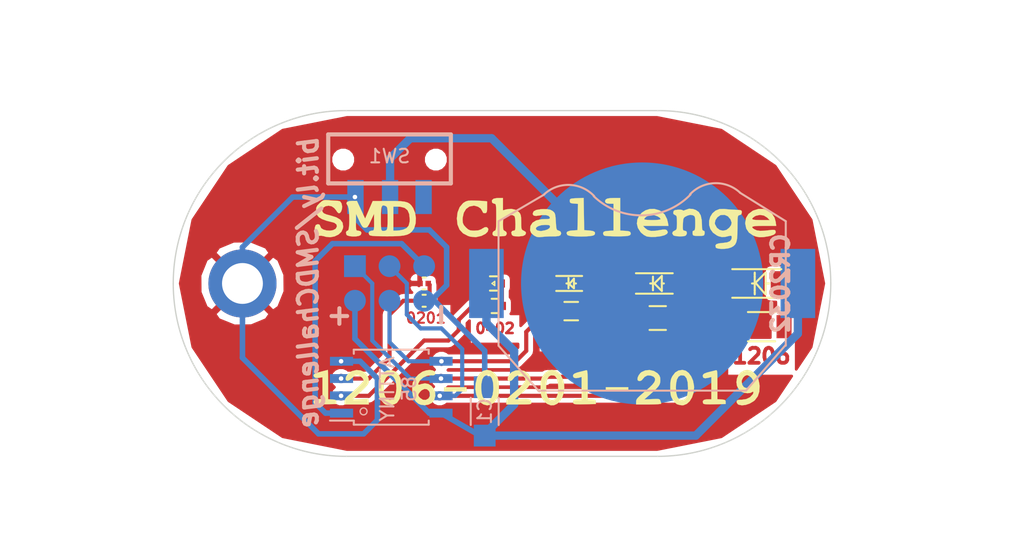
<source format=kicad_pcb>
(kicad_pcb (version 4) (host pcbnew 4.0.7)

  (general
    (links 28)
    (no_connects 0)
    (area 142.189999 92.659999 190.550001 118.160001)
    (thickness 1.6)
    (drawings 26)
    (tracks 143)
    (zones 0)
    (modules 18)
    (nets 16)
  )

  (page USLetter)
  (layers
    (0 F.Cu signal)
    (31 B.Cu signal)
    (34 B.Paste user)
    (35 F.Paste user)
    (36 B.SilkS user)
    (37 F.SilkS user)
    (38 B.Mask user)
    (39 F.Mask user)
    (40 Dwgs.User user)
    (44 Edge.Cuts user)
  )

  (setup
    (last_trace_width 0.6096)
    (user_trace_width 0.254)
    (user_trace_width 0.3048)
    (user_trace_width 0.4064)
    (user_trace_width 0.6096)
    (user_trace_width 2.032)
    (trace_clearance 0.1524)
    (zone_clearance 0.35)
    (zone_45_only no)
    (trace_min 0.1524)
    (segment_width 0.254)
    (edge_width 0.1)
    (via_size 0.6858)
    (via_drill 0.3302)
    (via_min_size 0.6858)
    (via_min_drill 0.3302)
    (user_via 1 0.5)
    (uvia_size 0.762)
    (uvia_drill 0.508)
    (uvias_allowed no)
    (uvia_min_size 0.508)
    (uvia_min_drill 0.127)
    (pcb_text_width 0.3)
    (pcb_text_size 1.5 1.5)
    (mod_edge_width 0.15)
    (mod_text_size 1 1)
    (mod_text_width 0.15)
    (pad_size 5 5)
    (pad_drill 3)
    (pad_to_mask_clearance 0)
    (aux_axis_origin 0 0)
    (grid_origin 210.82 95.25)
    (visible_elements 7FFEFFFF)
    (pcbplotparams
      (layerselection 0x010f0_80000000)
      (usegerberextensions true)
      (excludeedgelayer true)
      (linewidth 0.100000)
      (plotframeref false)
      (viasonmask false)
      (mode 1)
      (useauxorigin false)
      (hpglpennumber 1)
      (hpglpenspeed 20)
      (hpglpendiameter 15)
      (hpglpenoverlay 2)
      (psnegative false)
      (psa4output false)
      (plotreference true)
      (plotvalue true)
      (plotinvisibletext false)
      (padsonsilk false)
      (subtractmaskfromsilk false)
      (outputformat 1)
      (mirror false)
      (drillshape 0)
      (scaleselection 1)
      (outputdirectory gerbers/))
  )

  (net 0 "")
  (net 1 GND)
  (net 2 +BATT)
  (net 3 "Net-(CON1-Pad1)")
  (net 4 "Net-(CON1-Pad3)")
  (net 5 "Net-(CON1-Pad4)")
  (net 6 "Net-(CON1-Pad5)")
  (net 7 "Net-(D3-Pad2)")
  (net 8 "Net-(D4-Pad2)")
  (net 9 "Net-(BT1-Pad2)")
  (net 10 "Net-(D0-Pad2)")
  (net 11 "Net-(D1-Pad2)")
  (net 12 "Net-(D2-Pad2)")
  (net 13 "Net-(IC1-Pad2)")
  (net 14 "Net-(IC1-Pad3)")
  (net 15 "Net-(SW1-Pad3)")

  (net_class Default "This is the default net class."
    (clearance 0.1524)
    (trace_width 0.1524)
    (via_dia 0.6858)
    (via_drill 0.3302)
    (uvia_dia 0.762)
    (uvia_drill 0.508)
    (add_net +BATT)
    (add_net GND)
    (add_net "Net-(BT1-Pad2)")
    (add_net "Net-(CON1-Pad1)")
    (add_net "Net-(CON1-Pad3)")
    (add_net "Net-(CON1-Pad4)")
    (add_net "Net-(CON1-Pad5)")
    (add_net "Net-(D0-Pad2)")
    (add_net "Net-(D1-Pad2)")
    (add_net "Net-(D2-Pad2)")
    (add_net "Net-(D3-Pad2)")
    (add_net "Net-(D4-Pad2)")
    (add_net "Net-(IC1-Pad2)")
    (add_net "Net-(IC1-Pad3)")
    (add_net "Net-(SW1-Pad3)")
  )

  (module footprints:BATT_CR2032_SMD (layer B.Cu) (tedit 56CFB5D2) (tstamp 5A2CB063)
    (at 176.657 105.41)
    (tags battery)
    (path /56CFA61E)
    (fp_text reference BT1 (at 0 -5.08) (layer B.SilkS) hide
      (effects (font (size 1.72974 1.08712) (thickness 0.27178)) (justify mirror))
    )
    (fp_text value Battery (at 0 2.54) (layer B.SilkS) hide
      (effects (font (size 1.524 1.016) (thickness 0.254)) (justify mirror))
    )
    (fp_line (start -7.1755 -6.5405) (end -10.541 -4.572) (layer B.SilkS) (width 0.15))
    (fp_line (start 7.1755 -6.6675) (end 10.541 -4.572) (layer B.SilkS) (width 0.15))
    (fp_arc (start -5.4229 -4.6355) (end -3.5179 -6.4135) (angle -90) (layer B.SilkS) (width 0.15))
    (fp_arc (start 5.4102 -4.7625) (end 7.1882 -6.6675) (angle -90) (layer B.SilkS) (width 0.15))
    (fp_arc (start -0.0635 -10.033) (end -3.556 -6.4135) (angle -90) (layer B.SilkS) (width 0.15))
    (fp_line (start 7.62 7.874) (end 10.541 4.5085) (layer B.SilkS) (width 0.15))
    (fp_line (start -10.541 4.572) (end -7.5565 7.9375) (layer B.SilkS) (width 0.15))
    (fp_line (start -7.62 7.874) (end 7.62 7.874) (layer B.SilkS) (width 0.15))
    (fp_line (start -10.541 -4.572) (end -10.541 4.572) (layer B.SilkS) (width 0.15))
    (fp_line (start 10.541 -4.572) (end 10.541 4.572) (layer B.SilkS) (width 0.15))
    (fp_circle (center 0 0) (end -10.16 0) (layer Dwgs.User) (width 0.15))
    (pad 2 smd circle (at 0 0) (size 17.78 17.78) (layers B.Cu B.Paste B.Mask)
      (net 9 "Net-(BT1-Pad2)"))
    (pad 1 smd rect (at -11.43 0) (size 2.54 5.08) (layers B.Cu B.Paste B.Mask)
      (net 2 +BATT))
    (pad 1 smd rect (at 11.43 0) (size 2.54 5.08) (layers B.Cu B.Paste B.Mask)
      (net 2 +BATT))
  )

  (module footprints:SPST_SMD (layer B.Cu) (tedit 5860A656) (tstamp 5B39A903)
    (at 158.115 99.06)
    (descr "Through hole pin header")
    (tags "pin header")
    (path /5B38651A)
    (fp_text reference SW1 (at 0 -3) (layer B.SilkS)
      (effects (font (size 1 1) (thickness 0.15)) (justify mirror))
    )
    (fp_text value SW_Push_SPDT (at 0.1 0) (layer B.Fab)
      (effects (font (size 1 1) (thickness 0.15)) (justify mirror))
    )
    (fp_line (start -4.5 -4.6) (end 4.5 -4.6) (layer B.SilkS) (width 0.3048))
    (fp_line (start 4.5 -1) (end 4.5 -4.6) (layer B.SilkS) (width 0.3048))
    (fp_line (start -4.5 -1) (end -4.5 -4.6) (layer B.SilkS) (width 0.3048))
    (fp_line (start -4.5 -1) (end 4.5 -1) (layer B.SilkS) (width 0.3048))
    (fp_text user JS102011SAQN (at 0 -1.7) (layer B.Fab)
      (effects (font (size 0.8 0.8) (thickness 0.1)) (justify mirror))
    )
    (fp_line (start -1.75 -14.45) (end 4.3 -14.45) (layer B.CrtYd) (width 0.05))
    (pad "" np_thru_hole circle (at 3.4 -2.75) (size 0.9 0.9) (drill 0.9) (layers *.Cu *.Mask))
    (pad 1 smd rect (at -2.5 0) (size 1.2 2.5) (layers B.Cu B.Paste B.Mask)
      (net 1 GND))
    (pad 2 smd rect (at 0.04 0) (size 1.2 2.5) (layers B.Cu B.Paste B.Mask)
      (net 9 "Net-(BT1-Pad2)"))
    (pad 3 smd rect (at 2.5 0) (size 1.2 2.5) (layers B.Cu B.Paste B.Mask)
      (net 15 "Net-(SW1-Pad3)"))
    (pad "" np_thru_hole circle (at -3.4 -2.75) (size 0.9 0.9) (drill 0.9) (layers *.Cu *.Mask))
    (model Pin_Headers.3dshapes/Pin_Header_Straight_2x06.wrl
      (at (xyz 0.05 -0.25 0))
      (scale (xyz 1 1 1))
      (rotate (xyz 0 0 90))
    )
  )

  (module footprints:AVR-ISP-6 (layer B.Cu) (tedit 5B39B27D) (tstamp 5A2CB07F)
    (at 155.575 104.14 270)
    (descr "6-lead dip package, row spacing 7.62 mm (300 mils)")
    (tags "dil dip 2.54 300")
    (path /58609061)
    (fp_text reference CON1 (at 0 2.54 270) (layer B.SilkS) hide
      (effects (font (size 1 1) (thickness 0.15)) (justify mirror))
    )
    (fp_text value AVR-ISP-6 (at 0 3.72 270) (layer B.Fab) hide
      (effects (font (size 1 1) (thickness 0.15)) (justify mirror))
    )
    (pad 1 smd rect (at 0 0 270) (size 1.6 1.6) (layers B.Cu B.Paste B.Mask)
      (net 3 "Net-(CON1-Pad1)"))
    (pad 2 smd circle (at 2.54 0 270) (size 1.6 1.6) (layers B.Cu B.Paste B.Mask)
      (net 2 +BATT))
    (pad 3 smd oval (at 0 -2.54 270) (size 1.6 1.6) (layers B.Cu B.Paste B.Mask)
      (net 4 "Net-(CON1-Pad3)"))
    (pad 4 smd oval (at 2.54 -2.54 270) (size 1.6 1.6) (layers B.Cu B.Paste B.Mask)
      (net 5 "Net-(CON1-Pad4)"))
    (pad 5 smd oval (at 0 -5.08 270) (size 1.6 1.6) (layers B.Cu B.Paste B.Mask)
      (net 6 "Net-(CON1-Pad5)"))
    (pad 6 smd oval (at 2.54 -5.08 270) (size 1.6 1.6) (layers B.Cu B.Paste B.Mask)
      (net 1 GND))
  )

  (module LED_0201 (layer F.Cu) (tedit 5B386A5B) (tstamp 5A2CB0D7)
    (at 160.655 105.41)
    (descr "Resistor SMD 0201, reflow soldering, Vishay (see crcw0201e3.pdf)")
    (tags "resistor 0201")
    (path /58DDCAFF)
    (attr smd)
    (fp_text reference D4 (at 1.016 0.889) (layer F.SilkS) hide
      (effects (font (size 0.7 0.7) (thickness 0.175)))
    )
    (fp_text value LED (at 0 1.7) (layer F.Fab)
      (effects (font (size 1 1) (thickness 0.15)))
    )
    (fp_line (start -0.325 0.175) (end -0.325 -0.175) (layer F.CrtYd) (width 0.05))
    (fp_line (start -0.325 0.175) (end 0.325 0.175) (layer F.CrtYd) (width 0.05))
    (fp_line (start 0.325 0.175) (end 0.325 -0.175) (layer F.CrtYd) (width 0.05))
    (fp_line (start -0.325 -0.175) (end 0.325 -0.175) (layer F.CrtYd) (width 0.05))
    (fp_line (start 0.115 -0.44) (end -0.115 -0.44) (layer F.SilkS) (width 0.15))
    (fp_line (start -0.115 0.44) (end 0.115 0.44) (layer F.SilkS) (width 0.15))
    (pad 1 smd rect (at -0.3 0) (size 0.4 0.4) (layers F.Cu F.Paste F.Mask)
      (net 1 GND))
    (pad 2 smd rect (at 0.3 0) (size 0.4 0.4) (layers F.Cu F.Paste F.Mask)
      (net 8 "Net-(D4-Pad2)"))
    (model Resistors_SMD.3dshapes/R_0201.wrl
      (at (xyz 0 0 0))
      (scale (xyz 1 1 1))
      (rotate (xyz 0 0 0))
    )
  )

  (module LED_0402 (layer F.Cu) (tedit 5B386A56) (tstamp 5A2CB0C5)
    (at 165.735 105.41)
    (descr "Resistor SMD 0402, reflow soldering, Vishay (see dcrcw.pdf)")
    (tags "resistor 0402")
    (path /58D34030)
    (attr smd)
    (fp_text reference D3 (at 1.3 1) (layer F.SilkS) hide
      (effects (font (size 0.8 0.8) (thickness 0.2)))
    )
    (fp_text value LED (at 0 1.8) (layer F.Fab)
      (effects (font (size 1 1) (thickness 0.15)))
    )
    (fp_line (start 0.1 0.15) (end 0.1 -0.15) (layer F.SilkS) (width 0.1))
    (fp_line (start -0.1 0) (end 0.1 0.15) (layer F.SilkS) (width 0.1))
    (fp_line (start -0.1 0) (end 0.1 -0.15) (layer F.SilkS) (width 0.1))
    (fp_line (start -0.95 -0.65) (end 0.95 -0.65) (layer F.CrtYd) (width 0.05))
    (fp_line (start -0.95 0.65) (end 0.95 0.65) (layer F.CrtYd) (width 0.05))
    (fp_line (start -0.95 -0.65) (end -0.95 0.65) (layer F.CrtYd) (width 0.05))
    (fp_line (start 0.95 -0.65) (end 0.95 0.65) (layer F.CrtYd) (width 0.05))
    (fp_line (start 0.25 -0.525) (end -0.25 -0.525) (layer F.SilkS) (width 0.15))
    (fp_line (start -0.25 0.525) (end 0.25 0.525) (layer F.SilkS) (width 0.15))
    (pad 1 smd rect (at -0.5 0) (size 0.7 0.6) (layers F.Cu F.Paste F.Mask)
      (net 1 GND))
    (pad 2 smd rect (at 0.5 0) (size 0.7 0.6) (layers F.Cu F.Paste F.Mask)
      (net 7 "Net-(D3-Pad2)"))
    (model Resistors_SMD.3dshapes/R_0402.wrl
      (at (xyz 0 0 0))
      (scale (xyz 1 1 1))
      (rotate (xyz 0 0 0))
    )
  )

  (module footprints:C_1206_HandSoldering (layer B.Cu) (tedit 5902BDF4) (tstamp 5A2CB074)
    (at 165.1 114.808 270)
    (descr "Capacitor SMD 1206, hand soldering")
    (tags "capacitor 1206")
    (path /553FDF53)
    (attr smd)
    (fp_text reference C1 (at 0 0 270) (layer B.SilkS)
      (effects (font (size 1 1) (thickness 0.15)) (justify mirror))
    )
    (fp_text value "0.1 uF" (at 0 -2.3 270) (layer B.Fab)
      (effects (font (size 1 1) (thickness 0.15)) (justify mirror))
    )
    (fp_line (start -3.3 1.15) (end 3.3 1.15) (layer B.CrtYd) (width 0.05))
    (fp_line (start -3.3 -1.15) (end 3.3 -1.15) (layer B.CrtYd) (width 0.05))
    (fp_line (start -3.3 1.15) (end -3.3 -1.15) (layer B.CrtYd) (width 0.05))
    (fp_line (start 3.3 1.15) (end 3.3 -1.15) (layer B.CrtYd) (width 0.05))
    (fp_line (start 1 1.025) (end -1 1.025) (layer B.SilkS) (width 0.15))
    (fp_line (start -1 -1.025) (end 1 -1.025) (layer B.SilkS) (width 0.15))
    (pad 1 smd rect (at -1.778 0 270) (size 1.6 1.6) (layers B.Cu B.Paste B.Mask)
      (net 1 GND))
    (pad 2 smd rect (at 1.778 0 270) (size 1.6 1.6) (layers B.Cu B.Paste B.Mask)
      (net 2 +BATT))
    (model Capacitors_SMD.3dshapes/C_1206_HandSoldering.wrl
      (at (xyz 0 0 0))
      (scale (xyz 1 1 1))
      (rotate (xyz 0 0 0))
    )
  )

  (module footprints:LED-1206 (layer F.Cu) (tedit 5B386A43) (tstamp 5A2CB088)
    (at 185.42 105.41)
    (descr "LED 1206 smd package")
    (tags "LED1206 SMD")
    (path /58C49927)
    (attr smd)
    (fp_text reference D0 (at 2.667 1.778) (layer F.SilkS) hide
      (effects (font (size 1.25 1.25) (thickness 0.3125)))
    )
    (fp_text value LED (at 0 2) (layer F.Fab)
      (effects (font (size 1 1) (thickness 0.15)))
    )
    (fp_line (start -0.5 0.7) (end -0.5 0.8) (layer F.SilkS) (width 0.15))
    (fp_line (start -0.5 -0.7) (end -0.5 -0.8) (layer F.SilkS) (width 0.15))
    (fp_line (start 0.3 0) (end 0.6 0) (layer F.SilkS) (width 0.15))
    (fp_line (start 0.3 0.8) (end 0.3 -0.7) (layer F.SilkS) (width 0.15))
    (fp_line (start 0.3 -0.7) (end 0.3 -0.8) (layer F.SilkS) (width 0.15))
    (fp_line (start 0.2 0.7) (end 0.3 0.8) (layer F.SilkS) (width 0.15))
    (fp_line (start 0.2 -0.7) (end 0.3 -0.8) (layer F.SilkS) (width 0.15))
    (fp_line (start -0.7 0) (end -0.5 0) (layer F.SilkS) (width 0.15))
    (fp_line (start -0.5 0.5) (end -0.5 0.7) (layer F.SilkS) (width 0.15))
    (fp_line (start -0.5 -0.5) (end -0.5 -0.7) (layer F.SilkS) (width 0.15))
    (fp_line (start -0.4 0) (end 0.2 0.7) (layer F.SilkS) (width 0.15))
    (fp_line (start 0.2 -0.7) (end -0.4 -0.1) (layer F.SilkS) (width 0.15))
    (fp_line (start -2.15 1.05) (end 1.45 1.05) (layer F.SilkS) (width 0.15))
    (fp_line (start -2.15 -1.05) (end 1.45 -1.05) (layer F.SilkS) (width 0.15))
    (fp_line (start -0.5 -0.5) (end -0.5 0.5) (layer F.SilkS) (width 0.15))
    (fp_line (start 2.5 -1.25) (end -2.5 -1.25) (layer F.CrtYd) (width 0.05))
    (fp_line (start -2.5 -1.25) (end -2.5 1.25) (layer F.CrtYd) (width 0.05))
    (fp_line (start -2.5 1.25) (end 2.5 1.25) (layer F.CrtYd) (width 0.05))
    (fp_line (start 2.5 1.25) (end 2.5 -1.25) (layer F.CrtYd) (width 0.05))
    (pad 2 smd rect (at 1.524 0 180) (size 1.7 1.80086) (layers F.Cu F.Paste F.Mask)
      (net 10 "Net-(D0-Pad2)"))
    (pad 1 smd rect (at -1.651 0 180) (size 1.7 1.80086) (layers F.Cu F.Paste F.Mask)
      (net 1 GND))
    (model LEDs.3dshapes/LED_1206.wrl
      (at (xyz 0 0 0))
      (scale (xyz 1 1 1))
      (rotate (xyz 0 0 0))
    )
  )

  (module footprints:LED-0805 (layer F.Cu) (tedit 5B386A49) (tstamp 5A2CB0A0)
    (at 177.8 105.41)
    (descr "LED 0805 smd package")
    (tags "LED 0805 SMD")
    (path /58D338E3)
    (attr smd)
    (fp_text reference D1 (at 2.2225 1.4605) (layer F.SilkS) hide
      (effects (font (size 1.2 1.2) (thickness 0.3)))
    )
    (fp_text value LED (at 0 1.75) (layer F.Fab)
      (effects (font (size 1 1) (thickness 0.15)))
    )
    (fp_line (start 0.3 0) (end 0.45 0) (layer F.SilkS) (width 0.15))
    (fp_line (start -0.55 0) (end -0.2 0) (layer F.SilkS) (width 0.15))
    (fp_line (start -0.25 0) (end 0.3 -0.55) (layer F.SilkS) (width 0.15))
    (fp_line (start 0.3 -0.55) (end 0.3 0.55) (layer F.SilkS) (width 0.15))
    (fp_line (start 0.3 0.55) (end -0.25 0) (layer F.SilkS) (width 0.15))
    (fp_line (start -0.35 -0.35) (end -0.35 -0.5) (layer F.SilkS) (width 0.15))
    (fp_line (start -0.35 0.35) (end -0.35 0.5) (layer F.SilkS) (width 0.15))
    (fp_line (start -1.6 0.75) (end 1.1 0.75) (layer F.SilkS) (width 0.15))
    (fp_line (start -1.6 -0.75) (end 1.1 -0.75) (layer F.SilkS) (width 0.15))
    (fp_line (start -0.35 -0.35) (end -0.35 0.35) (layer F.SilkS) (width 0.15))
    (fp_line (start 1.9 -0.95) (end 1.9 0.95) (layer F.CrtYd) (width 0.05))
    (fp_line (start 1.9 0.95) (end -1.9 0.95) (layer F.CrtYd) (width 0.05))
    (fp_line (start -1.9 0.95) (end -1.9 -0.95) (layer F.CrtYd) (width 0.05))
    (fp_line (start -1.9 -0.95) (end 1.9 -0.95) (layer F.CrtYd) (width 0.05))
    (pad 2 smd rect (at 1.143 0 180) (size 1.3 1.19888) (layers F.Cu F.Paste F.Mask)
      (net 11 "Net-(D1-Pad2)"))
    (pad 1 smd rect (at -1.27 0 180) (size 1.3 1.19888) (layers F.Cu F.Paste F.Mask)
      (net 1 GND))
    (model LEDs.3dshapes/LED-0805.wrl
      (at (xyz 0 0 0))
      (scale (xyz 1 1 1))
      (rotate (xyz 0 0 0))
    )
    (model LEDs.3dshapes/LED_0805.wrl
      (at (xyz 0 0 0))
      (scale (xyz 1 1 1))
      (rotate (xyz 0 0 0))
    )
  )

  (module footprints:LED-0603 (layer F.Cu) (tedit 5B386A4F) (tstamp 5A2CB0B3)
    (at 171.45 105.41)
    (descr "LED 0603 smd package")
    (tags "LED led 0603 SMD smd SMT smt smdled SMDLED smtled SMTLED")
    (path /58D33940)
    (attr smd)
    (fp_text reference D2 (at 1.778 1.0795) (layer F.SilkS) hide
      (effects (font (size 1 1) (thickness 0.25)))
    )
    (fp_text value LED (at 0 1.5) (layer F.Fab)
      (effects (font (size 1 1) (thickness 0.15)))
    )
    (fp_line (start 0.2 0) (end 0.35 0) (layer F.SilkS) (width 0.15))
    (fp_line (start -0.35 0) (end -0.15 0) (layer F.SilkS) (width 0.15))
    (fp_line (start -0.1 0) (end 0.2 -0.35) (layer F.SilkS) (width 0.15))
    (fp_line (start 0.2 -0.35) (end 0.2 0.35) (layer F.SilkS) (width 0.15))
    (fp_line (start 0.2 0.35) (end -0.2 0) (layer F.SilkS) (width 0.15))
    (fp_line (start -0.2 0) (end -0.15 0) (layer F.SilkS) (width 0.15))
    (fp_line (start -0.2 -0.4) (end -0.2 0.35) (layer F.SilkS) (width 0.15))
    (fp_line (start -1.1 0.55) (end 0.8 0.55) (layer F.SilkS) (width 0.15))
    (fp_line (start -1.1 -0.55) (end 0.8 -0.55) (layer F.SilkS) (width 0.15))
    (fp_line (start 1.4 -0.75) (end 1.4 0.75) (layer F.CrtYd) (width 0.05))
    (fp_line (start 1.4 0.75) (end -1.4 0.75) (layer F.CrtYd) (width 0.05))
    (fp_line (start -1.4 0.75) (end -1.4 -0.75) (layer F.CrtYd) (width 0.05))
    (fp_line (start -1.4 -0.75) (end 1.4 -0.75) (layer F.CrtYd) (width 0.05))
    (pad 2 smd rect (at 0.889 0 180) (size 1 0.79756) (layers F.Cu F.Paste F.Mask)
      (net 12 "Net-(D2-Pad2)"))
    (pad 1 smd rect (at -0.889 0 180) (size 1 0.79756) (layers F.Cu F.Paste F.Mask)
      (net 1 GND))
    (model LEDs.3dshapes/LED_0603.wrl
      (at (xyz 0 0 0))
      (scale (xyz 1 1 1))
      (rotate (xyz 0 0 0))
    )
  )

  (module footprints:SOIJ-8_5.3x5.3mm_Pitch1.27mm (layer B.Cu) (tedit 5902B706) (tstamp 5A2CB0E9)
    (at 158.242 113.03)
    (descr "8-Lead Plastic Small Outline (SM) - Medium, 5.28 mm Body [SOIC] (see Microchip Packaging Specification 00000049BS.pdf)")
    (tags "SOIC 1.27")
    (path /58C478D3)
    (attr smd)
    (fp_text reference IC1 (at -1.27 -2.159) (layer B.SilkS) hide
      (effects (font (size 1 1) (thickness 0.15)) (justify mirror))
    )
    (fp_text value IC1 (at 0 -3.68) (layer B.Fab)
      (effects (font (size 1 1) (thickness 0.15)) (justify mirror))
    )
    (fp_circle (center -2.032 1.778) (end -2.286 1.778) (layer B.SilkS) (width 0.1))
    (fp_line (start -4.75 2.95) (end -4.75 -2.95) (layer B.CrtYd) (width 0.05))
    (fp_line (start 4.75 2.95) (end 4.75 -2.95) (layer B.CrtYd) (width 0.05))
    (fp_line (start -4.75 2.95) (end 4.75 2.95) (layer B.CrtYd) (width 0.05))
    (fp_line (start -4.75 -2.95) (end 4.75 -2.95) (layer B.CrtYd) (width 0.05))
    (fp_line (start -2.75 2.755) (end -2.75 2.455) (layer B.SilkS) (width 0.15))
    (fp_line (start 2.75 2.755) (end 2.75 2.455) (layer B.SilkS) (width 0.15))
    (fp_line (start 2.75 -2.755) (end 2.75 -2.455) (layer B.SilkS) (width 0.15))
    (fp_line (start -2.75 -2.755) (end -2.75 -2.455) (layer B.SilkS) (width 0.15))
    (fp_line (start -2.75 2.755) (end 2.75 2.755) (layer B.SilkS) (width 0.15))
    (fp_line (start -2.75 -2.755) (end 2.75 -2.755) (layer B.SilkS) (width 0.15))
    (fp_line (start -2.75 2.455) (end -4.5 2.455) (layer B.SilkS) (width 0.15))
    (pad 1 smd rect (at -3.65 1.905) (size 1.7 0.65) (layers B.Cu B.Paste B.Mask)
      (net 6 "Net-(CON1-Pad5)"))
    (pad 2 smd rect (at -3.65 0.635) (size 1.7 0.65) (layers B.Cu B.Paste B.Mask)
      (net 13 "Net-(IC1-Pad2)"))
    (pad 3 smd rect (at -3.65 -0.635) (size 1.7 0.65) (layers B.Cu B.Paste B.Mask)
      (net 14 "Net-(IC1-Pad3)"))
    (pad 4 smd rect (at -3.65 -1.905) (size 1.7 0.65) (layers B.Cu B.Paste B.Mask)
      (net 1 GND))
    (pad 5 smd rect (at 3.65 -1.905) (size 1.7 0.65) (layers B.Cu B.Paste B.Mask)
      (net 5 "Net-(CON1-Pad4)"))
    (pad 6 smd rect (at 3.65 -0.635) (size 1.7 0.65) (layers B.Cu B.Paste B.Mask)
      (net 3 "Net-(CON1-Pad1)"))
    (pad 7 smd rect (at 3.65 0.635) (size 1.7 0.65) (layers B.Cu B.Paste B.Mask)
      (net 4 "Net-(CON1-Pad3)"))
    (pad 8 smd rect (at 3.65 1.905) (size 1.7 0.65) (layers B.Cu B.Paste B.Mask)
      (net 2 +BATT))
    (model Housings_SOIC.3dshapes/SOIJ-8_5.3x5.3mm_Pitch1.27mm.wrl
      (at (xyz 0 0 0))
      (scale (xyz 1 1 1))
      (rotate (xyz 0 0 0))
    )
  )

  (module footprints:R_1206 (layer F.Cu) (tedit 5902A5E4) (tstamp 5A2CB128)
    (at 185.42 108.585)
    (descr "Resistor SMD 1206, reflow soldering, Vishay (see dcrcw.pdf)")
    (tags "resistor 1206")
    (path /56CEB2B5)
    (attr smd)
    (fp_text reference R0 (at 0 0) (layer F.SilkS) hide
      (effects (font (size 1.25 1.25) (thickness 0.2)))
    )
    (fp_text value 330 (at 0 2.3) (layer F.Fab)
      (effects (font (size 1 1) (thickness 0.15)))
    )
    (fp_line (start -2.2 -1.2) (end 2.2 -1.2) (layer F.CrtYd) (width 0.05))
    (fp_line (start -2.2 1.2) (end 2.2 1.2) (layer F.CrtYd) (width 0.05))
    (fp_line (start -2.2 -1.2) (end -2.2 1.2) (layer F.CrtYd) (width 0.05))
    (fp_line (start 2.2 -1.2) (end 2.2 1.2) (layer F.CrtYd) (width 0.05))
    (fp_line (start 1 1.075) (end -1 1.075) (layer F.SilkS) (width 0.15))
    (fp_line (start -1 -1.075) (end 1 -1.075) (layer F.SilkS) (width 0.15))
    (pad 1 smd rect (at -1.778 0) (size 1.1 1.7) (layers F.Cu F.Paste F.Mask)
      (net 4 "Net-(CON1-Pad3)"))
    (pad 2 smd rect (at 1.651 0) (size 1.1 1.7) (layers F.Cu F.Paste F.Mask)
      (net 10 "Net-(D0-Pad2)"))
    (model Resistors_SMD.3dshapes/R_1206.wrl
      (at (xyz 0 0 0))
      (scale (xyz 1 1 1))
      (rotate (xyz 0 0 0))
    )
  )

  (module footprints:R_0805 (layer F.Cu) (tedit 58DFDC5C) (tstamp 5A2CB133)
    (at 177.8 107.95)
    (descr "Resistor SMD 0805, reflow soldering, Vishay (see dcrcw.pdf)")
    (tags "resistor 0805")
    (path /58D3397B)
    (attr smd)
    (fp_text reference R1 (at 0 0) (layer F.SilkS) hide
      (effects (font (size 1 1) (thickness 0.15)))
    )
    (fp_text value 330 (at 0 2.1) (layer F.Fab)
      (effects (font (size 1 1) (thickness 0.15)))
    )
    (fp_line (start -1.6 -1) (end 1.6 -1) (layer F.CrtYd) (width 0.05))
    (fp_line (start -1.6 1) (end 1.6 1) (layer F.CrtYd) (width 0.05))
    (fp_line (start -1.6 -1) (end -1.6 1) (layer F.CrtYd) (width 0.05))
    (fp_line (start 1.6 -1) (end 1.6 1) (layer F.CrtYd) (width 0.05))
    (fp_line (start 0.6 0.875) (end -0.6 0.875) (layer F.SilkS) (width 0.15))
    (fp_line (start -0.6 -0.875) (end 0.6 -0.875) (layer F.SilkS) (width 0.15))
    (pad 1 smd rect (at -1.143 0) (size 0.9 1.3) (layers F.Cu F.Paste F.Mask)
      (net 3 "Net-(CON1-Pad1)"))
    (pad 2 smd rect (at 1.143 0) (size 0.9 1.3) (layers F.Cu F.Paste F.Mask)
      (net 11 "Net-(D1-Pad2)"))
    (model Resistors_SMD.3dshapes/R_0805.wrl
      (at (xyz 0 0 0))
      (scale (xyz 1 1 1))
      (rotate (xyz 0 0 0))
    )
  )

  (module footprints:R_0603 (layer F.Cu) (tedit 5902A5F6) (tstamp 5A2CB13E)
    (at 171.45 107.442)
    (descr "Resistor SMD 0603, reflow soldering, Vishay (see dcrcw.pdf)")
    (tags "resistor 0603")
    (path /58D339BB)
    (attr smd)
    (fp_text reference R2 (at 0 0) (layer F.SilkS) hide
      (effects (font (size 1 1) (thickness 0.15)))
    )
    (fp_text value 330 (at 0 1.9) (layer F.Fab)
      (effects (font (size 1 1) (thickness 0.15)))
    )
    (fp_line (start -1.3 -0.8) (end 1.3 -0.8) (layer F.CrtYd) (width 0.05))
    (fp_line (start -1.3 0.8) (end 1.3 0.8) (layer F.CrtYd) (width 0.05))
    (fp_line (start -1.3 -0.8) (end -1.3 0.8) (layer F.CrtYd) (width 0.05))
    (fp_line (start 1.3 -0.8) (end 1.3 0.8) (layer F.CrtYd) (width 0.05))
    (fp_line (start 0.5 0.675) (end -0.5 0.675) (layer F.SilkS) (width 0.15))
    (fp_line (start -0.5 -0.675) (end 0.5 -0.675) (layer F.SilkS) (width 0.15))
    (pad 1 smd rect (at -0.889 0) (size 0.7 0.9) (layers F.Cu F.Paste F.Mask)
      (net 5 "Net-(CON1-Pad4)"))
    (pad 2 smd rect (at 1.016 0) (size 0.7 0.9) (layers F.Cu F.Paste F.Mask)
      (net 12 "Net-(D2-Pad2)"))
    (model Resistors_SMD.3dshapes/R_0603.wrl
      (at (xyz 0 0 0))
      (scale (xyz 1 1 1))
      (rotate (xyz 0 0 0))
    )
  )

  (module footprints:R_0402 (layer F.Cu) (tedit 58DFDC4A) (tstamp 5A2CB149)
    (at 165.862 107.061)
    (descr "Resistor SMD 0402, reflow soldering, Vishay (see dcrcw.pdf)")
    (tags "resistor 0402")
    (path /58D3406E)
    (attr smd)
    (fp_text reference R3 (at 0 0) (layer Dwgs.User) hide
      (effects (font (size 1 1) (thickness 0.15)))
    )
    (fp_text value 330 (at 0 1.8) (layer F.Fab)
      (effects (font (size 1 1) (thickness 0.15)))
    )
    (fp_line (start -0.95 -0.65) (end 0.95 -0.65) (layer F.CrtYd) (width 0.05))
    (fp_line (start -0.95 0.65) (end 0.95 0.65) (layer F.CrtYd) (width 0.05))
    (fp_line (start -0.95 -0.65) (end -0.95 0.65) (layer F.CrtYd) (width 0.05))
    (fp_line (start 0.95 -0.65) (end 0.95 0.65) (layer F.CrtYd) (width 0.05))
    (fp_line (start 0.25 -0.525) (end -0.25 -0.525) (layer F.SilkS) (width 0.15))
    (fp_line (start -0.25 0.525) (end 0.25 0.525) (layer F.SilkS) (width 0.15))
    (pad 1 smd rect (at -0.4 0) (size 0.6 0.6) (layers F.Cu F.Paste F.Mask)
      (net 13 "Net-(IC1-Pad2)"))
    (pad 2 smd rect (at 0.5 0) (size 0.6 0.6) (layers F.Cu F.Paste F.Mask)
      (net 7 "Net-(D3-Pad2)"))
    (model Resistors_SMD.3dshapes/R_0402.wrl
      (at (xyz 0 0 0))
      (scale (xyz 1 1 1))
      (rotate (xyz 0 0 0))
    )
  )

  (module footprints:R_0201 (layer F.Cu) (tedit 5A2C7C82) (tstamp 5A2CB154)
    (at 160.655 106.68)
    (descr "Resistor SMD 0201, reflow soldering, Vishay (see crcw0201e3.pdf)")
    (tags "resistor 0201")
    (path /58DDCB43)
    (attr smd)
    (fp_text reference R4 (at 1.397 0.762) (layer F.SilkS) hide
      (effects (font (size 0.762 0.762) (thickness 0.15)))
    )
    (fp_text value 330 (at 0 1.7) (layer F.Fab)
      (effects (font (size 1 1) (thickness 0.15)))
    )
    (fp_line (start 0.35 -0.175) (end 0.35 0.175) (layer F.CrtYd) (width 0.05))
    (fp_line (start -0.325 -0.25) (end 0.325 -0.25) (layer F.CrtYd) (width 0.05))
    (fp_line (start -0.325 0.25) (end 0.325 0.25) (layer F.CrtYd) (width 0.05))
    (fp_line (start -0.35 -0.175) (end -0.35 0.175) (layer F.CrtYd) (width 0.05))
    (fp_line (start 0.115 -0.44) (end -0.115 -0.44) (layer F.SilkS) (width 0.15))
    (fp_line (start -0.115 0.44) (end 0.115 0.44) (layer F.SilkS) (width 0.15))
    (pad 1 smd rect (at -0.4 0) (size 0.45 0.43) (layers F.Cu F.Paste F.Mask)
      (net 14 "Net-(IC1-Pad3)"))
    (pad 2 smd rect (at 0.4 0) (size 0.45 0.43) (layers F.Cu F.Paste F.Mask)
      (net 8 "Net-(D4-Pad2)"))
    (model Resistors_SMD.3dshapes/R_0201.wrl
      (at (xyz 0 0 0))
      (scale (xyz 1 1 1))
      (rotate (xyz 0 0 0))
    )
  )

  (module footprints:Pin_Header_Straight_1x01 (layer F.Cu) (tedit 5B3C22F0) (tstamp 5A2CB193)
    (at 147.32 105.41)
    (descr "Through hole pin header")
    (tags "pin header")
    (path /5860AE9A)
    (fp_text reference P5 (at -0.6 -0.5) (layer F.SilkS) hide
      (effects (font (size 0.127 0.127) (thickness 0.03175)))
    )
    (fp_text value CONN_01X01 (at 0 0.9) (layer F.Fab)
      (effects (font (size 0.127 0.127) (thickness 0.03175)))
    )
    (pad 1 thru_hole circle (at 0 0) (size 5 5) (drill 3) (layers *.Cu B.Mask)
      (net 1 GND))
  )

  (module footprints:SMDChallenge (layer F.Cu) (tedit 0) (tstamp 5B3C3DA1)
    (at 169.545 100.965)
    (fp_text reference G*** (at 0 0) (layer F.SilkS) hide
      (effects (font (thickness 0.3)))
    )
    (fp_text value LOGO (at 0.75 0) (layer F.SilkS) hide
      (effects (font (thickness 0.3)))
    )
    (fp_poly (pts (xy 13.148167 -1.028687) (xy 13.375571 -1.003607) (xy 13.673808 -0.981561) (xy 13.934722 -0.969046)
      (xy 14.19284 -0.957549) (xy 14.340584 -0.936739) (xy 14.408663 -0.894618) (xy 14.427788 -0.81919)
      (xy 14.428611 -0.776111) (xy 14.389789 -0.63071) (xy 14.269861 -0.577176) (xy 14.205181 -0.562649)
      (xy 14.16099 -0.525298) (xy 14.133387 -0.441995) (xy 14.118473 -0.289613) (xy 14.112349 -0.045021)
      (xy 14.111115 0.314909) (xy 14.111111 0.364438) (xy 14.103992 0.821457) (xy 14.077629 1.160939)
      (xy 14.024515 1.405971) (xy 13.937145 1.579637) (xy 13.808009 1.705024) (xy 13.644937 1.798027)
      (xy 13.443033 1.8618) (xy 13.191837 1.897835) (xy 12.932354 1.906091) (xy 12.705587 1.886527)
      (xy 12.552542 1.839101) (xy 12.513848 1.799167) (xy 12.48924 1.655342) (xy 12.557407 1.559124)
      (xy 12.734356 1.50007) (xy 13.020527 1.468711) (xy 13.349205 1.425258) (xy 13.558083 1.337606)
      (xy 13.664579 1.194475) (xy 13.687778 1.036619) (xy 13.660081 0.940673) (xy 13.552743 0.940493)
      (xy 13.529028 0.947017) (xy 13.2125 1.02364) (xy 12.96937 1.036377) (xy 12.746481 0.983762)
      (xy 12.602952 0.921475) (xy 12.309966 0.716401) (xy 12.120783 0.453052) (xy 12.028767 0.155155)
      (xy 12.028028 0.000849) (xy 12.444205 0.000849) (xy 12.457529 0.091721) (xy 12.595139 0.350826)
      (xy 12.801685 0.512965) (xy 13.044893 0.570261) (xy 13.292488 0.514839) (xy 13.505117 0.347364)
      (xy 13.644065 0.150474) (xy 13.678359 -0.01794) (xy 13.615375 -0.215205) (xy 13.585272 -0.275788)
      (xy 13.405782 -0.488411) (xy 13.162739 -0.596107) (xy 12.895951 -0.583576) (xy 12.837784 -0.563066)
      (xy 12.636435 -0.42282) (xy 12.495836 -0.218651) (xy 12.444205 0.000849) (xy 12.028028 0.000849)
      (xy 12.027287 -0.153564) (xy 12.109709 -0.449378) (xy 12.2694 -0.708559) (xy 12.499725 -0.907381)
      (xy 12.794052 -1.022117) (xy 13.145747 -1.029041) (xy 13.148167 -1.028687)) (layer F.SilkS) (width 0.01))
    (fp_poly (pts (xy -15.891342 -1.670345) (xy -15.851862 -1.666896) (xy -15.583157 -1.645722) (xy -15.34317 -1.631085)
      (xy -15.221078 -1.626848) (xy -15.055521 -1.585854) (xy -14.956398 -1.442477) (xy -14.951814 -1.430703)
      (xy -14.908784 -1.225411) (xy -14.92153 -1.024203) (xy -14.976391 -0.853564) (xy -15.059706 -0.739981)
      (xy -15.157817 -0.709937) (xy -15.257061 -0.78992) (xy -15.270774 -0.812291) (xy -15.374721 -0.959987)
      (xy -15.501376 -1.107103) (xy -15.688059 -1.228458) (xy -15.907136 -1.267988) (xy -16.119374 -1.233443)
      (xy -16.28554 -1.132574) (xy -16.366404 -0.973132) (xy -16.368889 -0.935722) (xy -16.343272 -0.806711)
      (xy -16.250375 -0.709216) (xy -16.066127 -0.627934) (xy -15.766458 -0.547558) (xy -15.753808 -0.544625)
      (xy -15.3332 -0.41359) (xy -15.043355 -0.241774) (xy -14.878205 -0.022892) (xy -14.831682 0.249346)
      (xy -14.848344 0.393676) (xy -14.962507 0.647841) (xy -15.179759 0.85106) (xy -15.466988 0.989297)
      (xy -15.791084 1.048514) (xy -16.118935 1.014671) (xy -16.227778 0.978511) (xy -16.436543 0.936727)
      (xy -16.587905 0.943883) (xy -16.754858 0.943223) (xy -16.852489 0.899289) (xy -16.912808 0.762012)
      (xy -16.932269 0.554252) (xy -16.912842 0.337909) (xy -16.856494 0.17488) (xy -16.828399 0.141857)
      (xy -16.688938 0.088701) (xy -16.563503 0.128322) (xy -16.51 0.240729) (xy -16.447256 0.380206)
      (xy -16.284425 0.485016) (xy -16.059609 0.54906) (xy -15.81091 0.566237) (xy -15.576432 0.530448)
      (xy -15.394277 0.435593) (xy -15.379494 0.421716) (xy -15.289909 0.259094) (xy -15.327401 0.105407)
      (xy -15.479419 -0.009994) (xy -15.577176 -0.040603) (xy -16.045157 -0.158724) (xy -16.38769 -0.284521)
      (xy -16.620395 -0.429111) (xy -16.758892 -0.603609) (xy -16.818803 -0.819132) (xy -16.824293 -0.928091)
      (xy -16.805862 -1.122838) (xy -16.73098 -1.276083) (xy -16.570265 -1.445961) (xy -16.555814 -1.459269)
      (xy -16.399827 -1.594177) (xy -16.273177 -1.66368) (xy -16.121727 -1.683747) (xy -15.891342 -1.670345)) (layer F.SilkS) (width 0.01))
    (fp_poly (pts (xy -5.256389 -1.647424) (xy -4.963828 -1.638297) (xy -4.691069 -1.625051) (xy -4.515556 -1.612146)
      (xy -4.268611 -1.5875) (xy -4.268611 -1.164167) (xy -4.273689 -0.927114) (xy -4.297013 -0.796431)
      (xy -4.350721 -0.737507) (xy -4.424867 -0.718614) (xy -4.554076 -0.738328) (xy -4.623555 -0.866004)
      (xy -4.627162 -0.879827) (xy -4.73718 -1.058609) (xy -4.941084 -1.197275) (xy -5.192089 -1.266816)
      (xy -5.256389 -1.27) (xy -5.568041 -1.207375) (xy -5.813558 -1.028742) (xy -5.981998 -0.747962)
      (xy -6.062419 -0.378897) (xy -6.067778 -0.242155) (xy -6.050259 -0.014284) (xy -5.977296 0.153708)
      (xy -5.827889 0.324556) (xy -5.668112 0.467501) (xy -5.520505 0.538935) (xy -5.322581 0.562822)
      (xy -5.202404 0.564444) (xy -4.910013 0.54238) (xy -4.703337 0.467718) (xy -4.63085 0.41817)
      (xy -4.43648 0.312038) (xy -4.279726 0.313153) (xy -4.187444 0.418849) (xy -4.177311 0.463225)
      (xy -4.220393 0.636676) (xy -4.389324 0.801279) (xy -4.668938 0.942867) (xy -4.704913 0.956112)
      (xy -5.105249 1.044612) (xy -5.495118 1.008105) (xy -5.668773 0.955417) (xy -6.034932 0.763738)
      (xy -6.291902 0.486468) (xy -6.44249 0.119197) (xy -6.489562 -0.332873) (xy -6.435315 -0.783813)
      (xy -6.282166 -1.162856) (xy -6.039033 -1.44946) (xy -5.987805 -1.488647) (xy -5.83333 -1.582048)
      (xy -5.66985 -1.631773) (xy -5.447332 -1.648684) (xy -5.256389 -1.647424)) (layer F.SilkS) (width 0.01))
    (fp_poly (pts (xy 0.161571 -1.010001) (xy 0.360334 -0.971982) (xy 0.51485 -0.893531) (xy 0.541122 -0.874719)
      (xy 0.63751 -0.793777) (xy 0.69924 -0.702122) (xy 0.736716 -0.565397) (xy 0.760339 -0.349248)
      (xy 0.776111 -0.098608) (xy 0.795738 0.201996) (xy 0.818837 0.389572) (xy 0.85352 0.492126)
      (xy 0.907893 0.537667) (xy 0.964173 0.550931) (xy 1.115537 0.624852) (xy 1.170349 0.759714)
      (xy 1.118117 0.894923) (xy 0.994584 0.959849) (xy 0.755604 0.986009) (xy 0.605372 0.985798)
      (xy 0.286058 0.988867) (xy -0.051668 1.007857) (xy -0.211667 1.02378) (xy -0.456568 1.044038)
      (xy -0.626344 1.021848) (xy -0.783614 0.945404) (xy -0.846667 0.904071) (xy -1.032954 0.737437)
      (xy -1.110959 0.548085) (xy -1.115477 0.512535) (xy -1.105721 0.418477) (xy -0.696602 0.418477)
      (xy -0.634893 0.514403) (xy -0.546806 0.560507) (xy -0.314252 0.595115) (xy -0.010403 0.537511)
      (xy 0.15875 0.479594) (xy 0.309589 0.378694) (xy 0.352778 0.273662) (xy 0.332466 0.1954)
      (xy 0.249367 0.155396) (xy 0.070233 0.141813) (xy -0.019579 0.141111) (xy -0.291153 0.165658)
      (xy -0.506602 0.229682) (xy -0.647795 0.318763) (xy -0.696602 0.418477) (xy -1.105721 0.418477)
      (xy -1.084509 0.21398) (xy -0.93346 -0.020627) (xy -0.671326 -0.184363) (xy -0.307099 -0.270308)
      (xy -0.083021 -0.281959) (xy 0.161479 -0.28736) (xy 0.293449 -0.3085) (xy 0.341254 -0.353328)
      (xy 0.340312 -0.40062) (xy 0.251023 -0.516463) (xy 0.053835 -0.5779) (xy -0.226936 -0.579832)
      (xy -0.398401 -0.555534) (xy -0.670284 -0.51849) (xy -0.832008 -0.536454) (xy -0.90583 -0.615659)
      (xy -0.917222 -0.700859) (xy -0.854161 -0.852951) (xy -0.663563 -0.955367) (xy -0.343307 -1.008961)
      (xy -0.129156 -1.017771) (xy 0.161571 -1.010001)) (layer F.SilkS) (width 0.01))
    (fp_poly (pts (xy 8.355983 -0.933825) (xy 8.516158 -0.849582) (xy 8.769546 -0.619472) (xy 8.938127 -0.285757)
      (xy 8.997637 -0.050479) (xy 9.046815 0.211667) (xy 7.172069 0.211667) (xy 7.331018 0.380861)
      (xy 7.513965 0.516819) (xy 7.753786 0.580088) (xy 8.075943 0.574265) (xy 8.376736 0.528643)
      (xy 8.634957 0.48622) (xy 8.793629 0.479924) (xy 8.889838 0.510606) (xy 8.927346 0.541314)
      (xy 8.998043 0.676037) (xy 8.937809 0.797446) (xy 8.756615 0.899863) (xy 8.464436 0.977612)
      (xy 8.078611 1.0245) (xy 7.806117 1.029432) (xy 7.555702 1.010355) (xy 7.433141 0.985624)
      (xy 7.246631 0.888431) (xy 7.050206 0.728966) (xy 6.995649 0.671627) (xy 6.798149 0.362784)
      (xy 6.724585 0.049766) (xy 6.759195 -0.25166) (xy 6.768291 -0.271287) (xy 7.267222 -0.271287)
      (xy 7.332362 -0.244345) (xy 7.506192 -0.22374) (xy 7.756322 -0.21269) (xy 7.866944 -0.211667)
      (xy 8.15018 -0.219229) (xy 8.357378 -0.239756) (xy 8.460327 -0.270005) (xy 8.466667 -0.280596)
      (xy 8.404105 -0.385793) (xy 8.246346 -0.486615) (xy 8.038276 -0.561704) (xy 7.824785 -0.589704)
      (xy 7.817291 -0.589556) (xy 7.601118 -0.54929) (xy 7.409646 -0.457096) (xy 7.28801 -0.339089)
      (xy 7.267222 -0.271287) (xy 6.768291 -0.271287) (xy 6.886221 -0.525727) (xy 7.089902 -0.756668)
      (xy 7.354479 -0.928715) (xy 7.664191 -1.026102) (xy 8.003279 -1.033061) (xy 8.355983 -0.933825)) (layer F.SilkS) (width 0.01))
    (fp_poly (pts (xy 16.019935 -1.023295) (xy 16.355612 -0.904092) (xy 16.633829 -0.68635) (xy 16.830212 -0.38248)
      (xy 16.912513 -0.082086) (xy 16.951913 0.211667) (xy 16.060679 0.211667) (xy 15.656959 0.216073)
      (xy 15.383335 0.231795) (xy 15.228997 0.262584) (xy 15.183133 0.312193) (xy 15.234931 0.384376)
      (xy 15.340541 0.461631) (xy 15.52019 0.542685) (xy 15.758601 0.578193) (xy 16.083119 0.569974)
      (xy 16.420576 0.533469) (xy 16.666936 0.506626) (xy 16.808746 0.509943) (xy 16.880141 0.547523)
      (xy 16.904719 0.591646) (xy 16.907866 0.736294) (xy 16.788794 0.851985) (xy 16.540071 0.944319)
      (xy 16.391733 0.978171) (xy 16.014674 1.039696) (xy 15.722467 1.047912) (xy 15.468353 1.000408)
      (xy 15.259096 0.919775) (xy 14.951196 0.71018) (xy 14.75483 0.41689) (xy 14.677103 0.051112)
      (xy 14.676083 0) (xy 14.722715 -0.291779) (xy 15.185695 -0.291779) (xy 15.267469 -0.244299)
      (xy 15.472551 -0.219199) (xy 15.809443 -0.211671) (xy 15.82048 -0.211667) (xy 16.471515 -0.211667)
      (xy 16.28627 -0.396911) (xy 16.04543 -0.545726) (xy 15.754623 -0.591459) (xy 15.464515 -0.52995)
      (xy 15.358057 -0.473108) (xy 15.218725 -0.366446) (xy 15.185695 -0.291779) (xy 14.722715 -0.291779)
      (xy 14.734527 -0.365683) (xy 14.912491 -0.65899) (xy 15.213924 -0.885975) (xy 15.27369 -0.916454)
      (xy 15.65117 -1.031552) (xy 16.019935 -1.023295)) (layer F.SilkS) (width 0.01))
    (fp_poly (pts (xy -13.522672 -0.972334) (xy -13.221657 -0.321891) (xy -12.94319 -0.966343) (xy -12.664722 -1.610795)
      (xy -11.509887 -1.616155) (xy -11.002572 -1.614255) (xy -10.614423 -1.598937) (xy -10.323666 -1.563771)
      (xy -10.10853 -1.502324) (xy -9.947242 -1.408167) (xy -9.81803 -1.274866) (xy -9.699121 -1.095991)
      (xy -9.688607 -1.078165) (xy -9.552688 -0.738708) (xy -9.494999 -0.350127) (xy -9.516537 0.037204)
      (xy -9.618302 0.372914) (xy -9.658396 0.446128) (xy -9.786583 0.623891) (xy -9.936103 0.758539)
      (xy -10.127399 0.855637) (xy -10.38091 0.92075) (xy -10.717078 0.959446) (xy -11.156345 0.977288)
      (xy -11.62 0.980232) (xy -12.085319 0.976582) (xy -12.427703 0.967484) (xy -12.665271 0.951503)
      (xy -12.81614 0.927201) (xy -12.898431 0.89314) (xy -12.915381 0.877469) (xy -12.968935 0.732978)
      (xy -12.90466 0.615361) (xy -12.745236 0.564524) (xy -12.737492 0.564444) (xy -12.652034 0.559552)
      (xy -12.599639 0.526513) (xy -12.572547 0.43779) (xy -12.562996 0.265842) (xy -12.563222 -0.016871)
      (xy -12.563488 -0.052917) (xy -12.565392 -0.308562) (xy -12.065 -0.308562) (xy -12.06295 0.056747)
      (xy -12.054628 0.304469) (xy -12.036777 0.458097) (xy -12.006143 0.541123) (xy -11.959468 0.577038)
      (xy -11.941528 0.582212) (xy -11.773307 0.57626) (xy -11.694583 0.549626) (xy -11.641227 0.506742)
      (xy -11.60563 0.423868) (xy -11.584366 0.276194) (xy -11.574006 0.038909) (xy -11.571122 -0.312796)
      (xy -11.571111 -0.343935) (xy -11.572353 -0.698364) (xy -11.579271 -0.937646) (xy -11.596655 -1.087744)
      (xy -11.629293 -1.17462) (xy -11.65565 -1.199444) (xy -11.147778 -1.199444) (xy -11.147778 0.564444)
      (xy -10.918472 0.564051) (xy -10.688325 0.54367) (xy -10.441359 0.494741) (xy -10.426664 0.490753)
      (xy -10.177925 0.378159) (xy -10.02574 0.193359) (xy -9.956317 -0.085465) (xy -9.948333 -0.266147)
      (xy -9.985698 -0.653623) (xy -10.104271 -0.929667) (xy -10.313769 -1.104509) (xy -10.623909 -1.188379)
      (xy -10.834871 -1.199444) (xy -11.147778 -1.199444) (xy -11.65565 -1.199444) (xy -11.681975 -1.224237)
      (xy -11.738845 -1.253219) (xy -11.862706 -1.293592) (xy -11.951229 -1.273114) (xy -12.010064 -1.175419)
      (xy -12.044863 -0.984139) (xy -12.061277 -0.682909) (xy -12.065 -0.308562) (xy -12.565392 -0.308562)
      (xy -12.568088 -0.670278) (xy -12.806258 -0.15875) (xy -12.932899 0.100804) (xy -13.028423 0.25527)
      (xy -13.114233 0.330534) (xy -13.211731 0.352483) (xy -13.229167 0.352778) (xy -13.33037 0.336744)
      (xy -13.416586 0.271386) (xy -13.509218 0.130817) (xy -13.629666 -0.11085) (xy -13.652075 -0.15875)
      (xy -13.890246 -0.670278) (xy -13.894845 -0.052917) (xy -13.895631 0.242606) (xy -13.887429 0.424564)
      (xy -13.862476 0.520495) (xy -13.81301 0.557939) (xy -13.731269 0.564436) (xy -13.720841 0.564444)
      (xy -13.557132 0.61224) (xy -13.490651 0.729508) (xy -13.542736 0.877075) (xy -13.547413 0.882843)
      (xy -13.674716 0.95164) (xy -13.884119 0.98859) (xy -14.128482 0.99453) (xy -14.360668 0.970295)
      (xy -14.533541 0.916721) (xy -14.592984 0.864306) (xy -14.631004 0.701293) (xy -14.575264 0.589436)
      (xy -14.493287 0.564444) (xy -14.444647 0.499502) (xy -14.410062 0.325677) (xy -14.389283 0.07447)
      (xy -14.382066 -0.222616) (xy -14.388163 -0.534082) (xy -14.407328 -0.828425) (xy -14.439313 -1.074143)
      (xy -14.483874 -1.239735) (xy -14.507724 -1.279455) (xy -14.597275 -1.432974) (xy -14.555178 -1.544035)
      (xy -14.385685 -1.608166) (xy -14.18128 -1.622778) (xy -13.823687 -1.622778) (xy -13.522672 -0.972334)) (layer F.SilkS) (width 0.01))
    (fp_poly (pts (xy -3.104445 -0.928597) (xy -2.847719 -0.999482) (xy -2.50015 -1.038379) (xy -2.182179 -0.967755)
      (xy -1.932613 -0.796451) (xy -1.845729 -0.685731) (xy -1.794788 -0.559651) (xy -1.770593 -0.377978)
      (xy -1.763945 -0.100477) (xy -1.763889 -0.058507) (xy -1.76109 0.221031) (xy -1.746522 0.392182)
      (xy -1.710923 0.487648) (xy -1.645035 0.54013) (xy -1.5875 0.564444) (xy -1.456331 0.645459)
      (xy -1.411111 0.724976) (xy -1.464156 0.867249) (xy -1.629578 0.953121) (xy -1.91681 0.986895)
      (xy -1.987184 0.987778) (xy -2.237953 0.977174) (xy -2.38309 0.93936) (xy -2.456899 0.865327)
      (xy -2.457428 0.864306) (xy -2.495783 0.695235) (xy -2.424379 0.587541) (xy -2.322454 0.564444)
      (xy -2.250221 0.549148) (xy -2.2095 0.482987) (xy -2.191726 0.335554) (xy -2.188303 0.088194)
      (xy -2.197819 -0.169574) (xy -2.221641 -0.378289) (xy -2.252651 -0.488009) (xy -2.377371 -0.567333)
      (xy -2.575065 -0.581845) (xy -2.794138 -0.533029) (xy -2.922493 -0.468744) (xy -3.022938 -0.388446)
      (xy -3.077766 -0.286954) (xy -3.100427 -0.12228) (xy -3.104445 0.099231) (xy -3.098751 0.348389)
      (xy -3.075065 0.490774) (xy -3.023476 0.560495) (xy -2.963333 0.584888) (xy -2.852572 0.669775)
      (xy -2.826067 0.802671) (xy -2.889069 0.919493) (xy -2.933826 0.944951) (xy -3.080622 0.9707)
      (xy -3.304496 0.980976) (xy -3.543204 0.97606) (xy -3.734502 0.956237) (xy -3.792361 0.94105)
      (xy -3.872526 0.848584) (xy -3.867993 0.715653) (xy -3.788346 0.606779) (xy -3.739445 0.584888)
      (xy -3.683295 0.561696) (xy -3.644385 0.511461) (xy -3.619574 0.411564) (xy -3.605723 0.239384)
      (xy -3.59969 -0.0277) (xy -3.598335 -0.412308) (xy -3.598333 -0.431562) (xy -3.599569 -0.821128)
      (xy -3.605244 -1.091267) (xy -3.618316 -1.263658) (xy -3.64174 -1.359977) (xy -3.678472 -1.401903)
      (xy -3.731467 -1.411111) (xy -3.731896 -1.411111) (xy -3.865104 -1.464507) (xy -3.909502 -1.525887)
      (xy -3.911931 -1.679694) (xy -3.788265 -1.783266) (xy -3.546104 -1.831516) (xy -3.448583 -1.834444)
      (xy -3.104445 -1.834444) (xy -3.104445 -0.928597)) (layer F.SilkS) (width 0.01))
    (fp_poly (pts (xy 2.838141 -0.655695) (xy 2.8575 0.529167) (xy 3.231595 0.55062) (xy 3.502183 0.591642)
      (xy 3.643132 0.674722) (xy 3.651769 0.797437) (xy 3.597587 0.882843) (xy 3.486856 0.931735)
      (xy 3.269715 0.967139) (xy 2.980218 0.989054) (xy 2.65242 0.99748) (xy 2.320377 0.992418)
      (xy 2.018142 0.973866) (xy 1.77977 0.941826) (xy 1.639317 0.896297) (xy 1.623523 0.882843)
      (xy 1.556669 0.738928) (xy 1.623626 0.633287) (xy 1.821724 0.568342) (xy 1.989516 0.55062)
      (xy 2.363611 0.529167) (xy 2.383214 -0.43682) (xy 2.402817 -1.402806) (xy 2.100992 -1.424597)
      (xy 1.910511 -1.447794) (xy 1.822789 -1.497398) (xy 1.799481 -1.598588) (xy 1.799167 -1.622778)
      (xy 1.806974 -1.714152) (xy 1.850547 -1.76863) (xy 1.960109 -1.797895) (xy 2.165882 -1.813631)
      (xy 2.308974 -1.819862) (xy 2.818782 -1.840556) (xy 2.838141 -0.655695)) (layer F.SilkS) (width 0.01))
    (fp_poly (pts (xy 5.503333 0.55707) (xy 5.873089 0.578396) (xy 6.100151 0.601813) (xy 6.220224 0.647197)
      (xy 6.267157 0.727743) (xy 6.268087 0.732379) (xy 6.267921 0.830948) (xy 6.211597 0.900795)
      (xy 6.080716 0.946527) (xy 5.85688 0.972749) (xy 5.521689 0.984065) (xy 5.256389 0.985617)
      (xy 4.918106 0.980801) (xy 4.62722 0.967697) (xy 4.415227 0.948321) (xy 4.314585 0.925326)
      (xy 4.246225 0.81362) (xy 4.244691 0.732379) (xy 4.289143 0.649951) (xy 4.40522 0.603276)
      (xy 4.626771 0.579158) (xy 4.639688 0.578396) (xy 5.009444 0.55707) (xy 5.009444 -1.411111)
      (xy 4.725008 -1.411111) (xy 4.503355 -1.443909) (xy 4.391838 -1.533172) (xy 4.402469 -1.665203)
      (xy 4.445746 -1.72951) (xy 4.557873 -1.793729) (xy 4.773576 -1.827239) (xy 5.018083 -1.834444)
      (xy 5.503333 -1.834444) (xy 5.503333 0.55707)) (layer F.SilkS) (width 0.01))
    (fp_poly (pts (xy 10.832397 -1.027804) (xy 11.04675 -0.955039) (xy 11.265736 -0.804457) (xy 11.410312 -0.559928)
      (xy 11.48586 -0.208897) (xy 11.500555 0.103567) (xy 11.507025 0.3592) (xy 11.530859 0.50182)
      (xy 11.578698 0.559115) (xy 11.611075 0.564444) (xy 11.69105 0.610142) (xy 11.69927 0.758472)
      (xy 11.678851 0.866018) (xy 11.625854 0.924032) (xy 11.505238 0.947769) (xy 11.28196 0.952487)
      (xy 11.253611 0.9525) (xy 11.018541 0.948813) (xy 10.889523 0.927582) (xy 10.831515 0.873552)
      (xy 10.809476 0.771465) (xy 10.807952 0.758472) (xy 10.816764 0.608837) (xy 10.896147 0.564444)
      (xy 10.953894 0.540058) (xy 10.987849 0.449184) (xy 11.003543 0.265251) (xy 11.006667 0.033531)
      (xy 11.003767 -0.238154) (xy 10.988119 -0.402586) (xy 10.949301 -0.493606) (xy 10.876892 -0.545053)
      (xy 10.821469 -0.567793) (xy 10.648098 -0.599069) (xy 10.454178 -0.547055) (xy 10.380497 -0.51313)
      (xy 10.244632 -0.440625) (xy 10.166399 -0.363628) (xy 10.127507 -0.242384) (xy 10.10967 -0.037142)
      (xy 10.103859 0.088194) (xy 10.0965 0.341574) (xy 10.10739 0.484939) (xy 10.144107 0.548981)
      (xy 10.214229 0.564393) (xy 10.221452 0.564444) (xy 10.360939 0.61443) (xy 10.398256 0.745455)
      (xy 10.35965 0.864306) (xy 10.28642 0.938775) (xy 10.142228 0.976929) (xy 9.892773 0.987777)
      (xy 9.889406 0.987778) (xy 9.652746 0.973859) (xy 9.469104 0.937956) (xy 9.398 0.903111)
      (xy 9.317657 0.757166) (xy 9.373743 0.631017) (xy 9.489722 0.564444) (xy 9.580327 0.520352)
      (xy 9.633086 0.451283) (xy 9.658162 0.323257) (xy 9.665717 0.102294) (xy 9.666111 -0.025303)
      (xy 9.662201 -0.296282) (xy 9.644922 -0.458069) (xy 9.605954 -0.542493) (xy 9.536973 -0.581383)
      (xy 9.519418 -0.586348) (xy 9.407104 -0.662269) (xy 9.395946 -0.788604) (xy 9.429699 -0.890619)
      (xy 9.519213 -0.944544) (xy 9.703296 -0.970454) (xy 9.754305 -0.974005) (xy 9.954507 -0.973544)
      (xy 10.073003 -0.946668) (xy 10.089444 -0.925272) (xy 10.142365 -0.904429) (xy 10.27234 -0.950553)
      (xy 10.283472 -0.95625) (xy 10.552184 -1.046784) (xy 10.832397 -1.027804)) (layer F.SilkS) (width 0.01))
  )

  (module footprints:2019 (layer F.Cu) (tedit 0) (tstamp 5B3C4190)
    (at 168.91 113.03)
    (fp_text reference G*** (at 0 0) (layer F.SilkS) hide
      (effects (font (thickness 0.3)))
    )
    (fp_text value LOGO (at 0.75 0) (layer F.SilkS) hide
      (effects (font (thickness 0.3)))
    )
    (fp_poly (pts (xy -10.652737 -1.250607) (xy -10.36179 -1.154849) (xy -10.142791 -0.955089) (xy -9.995565 -0.651024)
      (xy -9.919935 -0.242349) (xy -9.90879 0.03175) (xy -9.944306 0.494831) (xy -10.052096 0.857974)
      (xy -10.234017 1.126929) (xy -10.275456 1.166384) (xy -10.445753 1.255083) (xy -10.681226 1.305642)
      (xy -10.923793 1.310528) (xy -11.093639 1.27252) (xy -11.210408 1.185396) (xy -11.347803 1.032154)
      (xy -11.411139 0.944182) (xy -11.492949 0.810958) (xy -11.544913 0.687798) (xy -11.573735 0.540442)
      (xy -11.586114 0.334634) (xy -11.588176 0.10112) (xy -11.238557 0.10112) (xy -11.208115 0.395372)
      (xy -11.130238 0.650754) (xy -11.004147 0.835629) (xy -10.943825 0.880584) (xy -10.803471 0.943109)
      (xy -10.682674 0.92665) (xy -10.600983 0.887117) (xy -10.4382 0.730196) (xy -10.331926 0.471872)
      (xy -10.287888 0.127146) (xy -10.287 0.064613) (xy -10.316193 -0.292547) (xy -10.398244 -0.573844)
      (xy -10.524861 -0.767182) (xy -10.687754 -0.860467) (xy -10.878633 -0.841605) (xy -10.901582 -0.831891)
      (xy -11.053076 -0.698509) (xy -11.160257 -0.477456) (xy -11.222344 -0.200368) (xy -11.238557 0.10112)
      (xy -11.588176 0.10112) (xy -11.58875 0.036156) (xy -11.585218 -0.269731) (xy -11.570821 -0.482341)
      (xy -11.539861 -0.635294) (xy -11.48664 -0.762208) (xy -11.439745 -0.842915) (xy -11.221872 -1.096104)
      (xy -10.957951 -1.233034) (xy -10.653711 -1.250737) (xy -10.652737 -1.250607)) (layer F.SilkS) (width 0.01))
    (fp_poly (pts (xy -7.636626 -1.2345) (xy -7.492439 -1.154493) (xy -7.436349 -1.028422) (xy -7.440845 -0.980053)
      (xy -7.478982 -0.90248) (xy -7.574046 -0.872149) (xy -7.737815 -0.874763) (xy -8.040381 -0.840151)
      (xy -8.32452 -0.712804) (xy -8.546129 -0.514878) (xy -8.594095 -0.444593) (xy -8.68247 -0.271328)
      (xy -8.684449 -0.187087) (xy -8.595844 -0.184089) (xy -8.476716 -0.226566) (xy -8.200477 -0.283772)
      (xy -7.944127 -0.233841) (xy -7.723469 -0.096568) (xy -7.554307 0.10825) (xy -7.452443 0.360816)
      (xy -7.433682 0.641334) (xy -7.513826 0.930007) (xy -7.528968 0.960655) (xy -7.695509 1.154789)
      (xy -7.937116 1.279237) (xy -8.217998 1.326279) (xy -8.502364 1.288192) (xy -8.680543 1.20907)
      (xy -8.852109 1.064475) (xy -8.98694 0.885589) (xy -8.990524 0.878802) (xy -9.073799 0.634596)
      (xy -9.080206 0.593537) (xy -8.68768 0.593537) (xy -8.631409 0.702608) (xy -8.543637 0.796636)
      (xy -8.344641 0.924849) (xy -8.136611 0.938014) (xy -7.947083 0.83482) (xy -7.9375 0.8255)
      (xy -7.826705 0.635277) (xy -7.833962 0.419858) (xy -7.909351 0.268129) (xy -8.059785 0.145837)
      (xy -8.244329 0.132508) (xy -8.435942 0.225798) (xy -8.535106 0.322372) (xy -8.655839 0.481243)
      (xy -8.68768 0.593537) (xy -9.080206 0.593537) (xy -9.122469 0.322703) (xy -9.13239 -0.001275)
      (xy -9.099421 -0.281733) (xy -9.081735 -0.34551) (xy -8.926298 -0.647832) (xy -8.685481 -0.923409)
      (xy -8.399658 -1.12772) (xy -8.350795 -1.151574) (xy -8.090503 -1.237696) (xy -7.844214 -1.263786)
      (xy -7.636626 -1.2345)) (layer F.SilkS) (width 0.01))
    (fp_poly (pts (xy -3.382805 -1.226774) (xy -3.177592 -1.103687) (xy -2.991371 -0.920758) (xy -2.86877 -0.724153)
      (xy -2.798195 -0.482005) (xy -2.768054 -0.162447) (xy -2.764533 0.03175) (xy -2.768992 0.328055)
      (xy -2.788712 0.536479) (xy -2.830561 0.695861) (xy -2.90141 0.845042) (xy -2.911539 0.862969)
      (xy -3.119834 1.130511) (xy -3.366533 1.28929) (xy -3.633975 1.335224) (xy -3.904496 1.264228)
      (xy -4.093727 1.136258) (xy -4.296311 0.879997) (xy -4.430939 0.544976) (xy -4.493882 0.161995)
      (xy -4.489824 0.031749) (xy -4.064 0.031749) (xy -4.037248 0.428236) (xy -3.95796 0.714892)
      (xy -3.827592 0.889582) (xy -3.6476 0.950168) (xy -3.463595 0.913054) (xy -3.321649 0.791336)
      (xy -3.226461 0.556129) (xy -3.179752 0.21269) (xy -3.175 0.031749) (xy -3.201172 -0.365916)
      (xy -3.279867 -0.648584) (xy -3.411354 -0.817012) (xy -3.491804 -0.857029) (xy -3.706529 -0.87417)
      (xy -3.872568 -0.776022) (xy -3.98817 -0.565307) (xy -4.051583 -0.244746) (xy -4.064 0.031749)
      (xy -4.489824 0.031749) (xy -4.481414 -0.238145) (xy -4.389806 -0.624643) (xy -4.325453 -0.778355)
      (xy -4.143112 -1.040409) (xy -3.909561 -1.206935) (xy -3.648295 -1.271275) (xy -3.382805 -1.226774)) (layer F.SilkS) (width 0.01))
    (fp_poly (pts (xy 1.359863 -1.226619) (xy 1.585804 -1.0914) (xy 1.780163 -0.874721) (xy 1.928202 -0.584254)
      (xy 2.015182 -0.227669) (xy 2.032 0.031749) (xy 1.992874 0.417264) (xy 1.884585 0.750627)
      (xy 1.720763 1.020208) (xy 1.515039 1.214379) (xy 1.281043 1.321511) (xy 1.032407 1.329976)
      (xy 0.782762 1.228144) (xy 0.701091 1.167186) (xy 0.51487 0.984257) (xy 0.392269 0.787652)
      (xy 0.321694 0.545504) (xy 0.291553 0.225946) (xy 0.288032 0.03175) (xy 0.288032 0.031749)
      (xy 0.6985 0.031749) (xy 0.725252 0.428236) (xy 0.80454 0.714892) (xy 0.934908 0.889582)
      (xy 1.1149 0.950168) (xy 1.298905 0.913054) (xy 1.440851 0.791336) (xy 1.536039 0.556129)
      (xy 1.582748 0.21269) (xy 1.5875 0.031749) (xy 1.561328 -0.365916) (xy 1.482633 -0.648584)
      (xy 1.351146 -0.817012) (xy 1.270696 -0.857029) (xy 1.055971 -0.87417) (xy 0.889932 -0.776022)
      (xy 0.77433 -0.565307) (xy 0.710917 -0.244746) (xy 0.6985 0.031749) (xy 0.288032 0.031749)
      (xy 0.292491 -0.264556) (xy 0.312211 -0.47298) (xy 0.35406 -0.632362) (xy 0.424909 -0.781543)
      (xy 0.435038 -0.79947) (xy 0.639926 -1.066803) (xy 0.872186 -1.221991) (xy 1.117077 -1.272705)
      (xy 1.359863 -1.226619)) (layer F.SilkS) (width 0.01))
    (fp_poly (pts (xy 10.946094 -1.210148) (xy 11.164083 -1.044694) (xy 11.346569 -0.794793) (xy 11.479732 -0.481601)
      (xy 11.549748 -0.126273) (xy 11.557 0.03175) (xy 11.517438 0.411081) (xy 11.407442 0.749502)
      (xy 11.240044 1.027454) (xy 11.028276 1.225377) (xy 10.78517 1.323713) (xy 10.691345 1.330957)
      (xy 10.483209 1.306267) (xy 10.30147 1.249359) (xy 10.286082 1.241516) (xy 10.159018 1.134414)
      (xy 10.022177 0.963998) (xy 9.968582 0.878934) (xy 9.889816 0.72353) (xy 9.842221 0.569053)
      (xy 9.818393 0.375766) (xy 9.810931 0.103933) (xy 9.81075 0.03175) (xy 9.81075 0.031749)
      (xy 10.2235 0.031749) (xy 10.250252 0.428236) (xy 10.32954 0.714892) (xy 10.459908 0.889582)
      (xy 10.6399 0.950168) (xy 10.823905 0.913054) (xy 10.965851 0.791336) (xy 11.061039 0.556129)
      (xy 11.107748 0.21269) (xy 11.1125 0.031749) (xy 11.086328 -0.365916) (xy 11.007633 -0.648584)
      (xy 10.876146 -0.817012) (xy 10.795696 -0.857029) (xy 10.580971 -0.87417) (xy 10.414932 -0.776022)
      (xy 10.29933 -0.565307) (xy 10.235917 -0.244746) (xy 10.2235 0.031749) (xy 9.81075 0.031749)
      (xy 9.815664 -0.261984) (xy 9.83535 -0.468689) (xy 9.877223 -0.62812) (xy 9.948695 -0.780034)
      (xy 9.968816 -0.815851) (xy 10.169326 -1.077378) (xy 10.413685 -1.225249) (xy 10.706428 -1.27)
      (xy 10.946094 -1.210148)) (layer F.SilkS) (width 0.01))
    (fp_poly (pts (xy 15.714816 -1.213604) (xy 15.956413 -1.063262) (xy 16.154795 -0.845451) (xy 16.216107 -0.740048)
      (xy 16.287085 -0.539678) (xy 16.343981 -0.280566) (xy 16.366797 -0.100961) (xy 16.349918 0.314419)
      (xy 16.23231 0.671247) (xy 16.019457 0.955319) (xy 15.930171 1.029993) (xy 15.646458 1.197471)
      (xy 15.348617 1.300553) (xy 15.068649 1.333178) (xy 14.838553 1.289285) (xy 14.768981 1.249927)
      (xy 14.686792 1.132909) (xy 14.678377 1.043552) (xy 14.711857 0.971485) (xy 14.797579 0.934267)
      (xy 14.967277 0.921425) (xy 15.050408 0.92075) (xy 15.387747 0.872523) (xy 15.66767 0.736611)
      (xy 15.864356 0.526162) (xy 15.880273 0.498145) (xy 15.918736 0.376285) (xy 15.888437 0.321749)
      (xy 15.806363 0.36104) (xy 15.797741 0.369358) (xy 15.666202 0.427354) (xy 15.466089 0.441334)
      (xy 15.247229 0.413219) (xy 15.059452 0.344926) (xy 15.052029 0.340643) (xy 14.83251 0.147954)
      (xy 14.705673 -0.096886) (xy 14.665073 -0.368983) (xy 14.67176 -0.415811) (xy 15.0495 -0.415811)
      (xy 15.094575 -0.169086) (xy 15.212842 -0.006792) (xy 15.378863 0.061816) (xy 15.567199 0.027483)
      (xy 15.752411 -0.119045) (xy 15.777976 -0.150781) (xy 15.880957 -0.308701) (xy 15.904922 -0.430412)
      (xy 15.880466 -0.525373) (xy 15.77417 -0.691129) (xy 15.615698 -0.825368) (xy 15.453814 -0.888162)
      (xy 15.436338 -0.889) (xy 15.288362 -0.833598) (xy 15.152964 -0.695831) (xy 15.065023 -0.518363)
      (xy 15.0495 -0.415811) (xy 14.67176 -0.415811) (xy 14.704267 -0.643445) (xy 14.816811 -0.895379)
      (xy 14.99626 -1.099892) (xy 15.23617 -1.232091) (xy 15.468734 -1.269064) (xy 15.714816 -1.213604)) (layer F.SilkS) (width 0.01))
    (fp_poly (pts (xy -15.314158 -1.209225) (xy -15.309662 -1.043163) (xy -15.306192 -0.791351) (xy -15.304051 -0.474412)
      (xy -15.3035 -0.19398) (xy -15.3035 0.882041) (xy -15.001875 0.901395) (xy -14.818955 0.919741)
      (xy -14.729969 0.956875) (xy -14.701858 1.032321) (xy -14.70025 1.0795) (xy -14.70025 1.23825)
      (xy -15.511137 1.256031) (xy -15.853487 1.261312) (xy -16.08917 1.258248) (xy -16.238354 1.244951)
      (xy -16.321207 1.219534) (xy -16.357898 1.18011) (xy -16.359306 1.176656) (xy -16.376731 1.027941)
      (xy -16.288593 0.931875) (xy -16.088088 0.882424) (xy -16.021257 0.876742) (xy -15.71625 0.85725)
      (xy -15.71625 -0.73025) (xy -15.875 -0.704741) (xy -16.100498 -0.677702) (xy -16.237829 -0.690347)
      (xy -16.321059 -0.747888) (xy -16.341505 -0.776128) (xy -16.37759 -0.86973) (xy -16.340978 -0.947373)
      (xy -16.216993 -1.019162) (xy -15.990959 -1.095199) (xy -15.804199 -1.146039) (xy -15.579089 -1.204132)
      (xy -15.408433 -1.247476) (xy -15.323363 -1.268183) (xy -15.319375 -1.268912) (xy -15.314158 -1.209225)) (layer F.SilkS) (width 0.01))
    (fp_poly (pts (xy -12.929115 -1.234948) (xy -12.665371 -1.120264) (xy -12.4621 -0.928549) (xy -12.341651 -0.6725)
      (xy -12.318351 -0.483562) (xy -12.323443 -0.370474) (xy -12.349352 -0.272202) (xy -12.411079 -0.167688)
      (xy -12.523625 -0.035876) (xy -12.701991 0.144292) (xy -12.905404 0.340505) (xy -13.493107 0.903261)
      (xy -12.921929 0.880255) (xy -12.35075 0.85725) (xy -12.310954 1.27) (xy -14.097 1.27)
      (xy -14.097 1.05769) (xy -14.08104 0.926916) (xy -14.018321 0.809697) (xy -13.886586 0.673298)
      (xy -13.763625 0.567355) (xy -13.421547 0.273231) (xy -13.132543 0.007105) (xy -12.908285 -0.219169)
      (xy -12.760446 -0.393733) (xy -12.700697 -0.504731) (xy -12.7 -0.513058) (xy -12.754366 -0.642196)
      (xy -12.888665 -0.769516) (xy -13.0597 -0.862088) (xy -13.193191 -0.889) (xy -13.35766 -0.834222)
      (xy -13.547246 -0.681327) (xy -13.565735 -0.662115) (xy -13.74299 -0.512009) (xy -13.888557 -0.461783)
      (xy -13.98745 -0.513234) (xy -14.020449 -0.607621) (xy -13.987673 -0.769382) (xy -13.868057 -0.946673)
      (xy -13.69095 -1.103739) (xy -13.548628 -1.182445) (xy -13.230983 -1.259907) (xy -12.929115 -1.234948)) (layer F.SilkS) (width 0.01))
    (fp_poly (pts (xy -0.944301 -1.206543) (xy -0.869959 -1.176525) (xy -0.616388 -0.998544) (xy -0.471717 -0.755588)
      (xy -0.433041 -0.508433) (xy -0.451173 -0.326975) (xy -0.520417 -0.154408) (xy -0.655073 0.029234)
      (xy -0.869441 0.243919) (xy -1.139157 0.477525) (xy -1.335308 0.643498) (xy -1.48789 0.777518)
      (xy -1.575154 0.860234) (xy -1.5875 0.876444) (xy -1.528925 0.885507) (xy -1.37256 0.887854)
      (xy -1.147448 0.883318) (xy -1.04552 0.879574) (xy -0.746628 0.874649) (xy -0.552249 0.895393)
      (xy -0.440993 0.950807) (xy -0.391472 1.049895) (xy -0.381973 1.158875) (xy -0.392013 1.202402)
      (xy -0.435608 1.232886) (xy -0.531633 1.252607) (xy -0.698965 1.263846) (xy -0.956481 1.268882)
      (xy -1.30175 1.27) (xy -2.2225 1.27) (xy -2.220271 1.063625) (xy -2.209591 0.971456)
      (xy -2.169477 0.88049) (xy -2.084622 0.773165) (xy -1.939721 0.631921) (xy -1.719467 0.439198)
      (xy -1.554185 0.29945) (xy -1.24223 0.028073) (xy -1.02483 -0.186056) (xy -0.891582 -0.357196)
      (xy -0.832085 -0.499605) (xy -0.835937 -0.627544) (xy -0.848775 -0.667562) (xy -0.949698 -0.775251)
      (xy -1.127551 -0.846196) (xy -1.33399 -0.864527) (xy -1.414725 -0.853358) (xy -1.600705 -0.755305)
      (xy -1.705318 -0.628887) (xy -1.822571 -0.49782) (xy -1.958365 -0.445087) (xy -2.074848 -0.478455)
      (xy -2.120007 -0.543773) (xy -2.11679 -0.686264) (xy -2.038731 -0.864048) (xy -1.909928 -1.032798)
      (xy -1.807513 -1.118556) (xy -1.545254 -1.225684) (xy -1.237896 -1.256226) (xy -0.944301 -1.206543)) (layer F.SilkS) (width 0.01))
    (fp_poly (pts (xy 3.705229 -1.220511) (xy 3.725117 -1.143018) (xy 3.73738 -0.999532) (xy 3.743818 -0.773084)
      (xy 3.746233 -0.446703) (xy 3.7465 -0.198259) (xy 3.7465 0.882041) (xy 4.048125 0.901395)
      (xy 4.231045 0.919741) (xy 4.320031 0.956875) (xy 4.348142 1.032321) (xy 4.34975 1.0795)
      (xy 4.34975 1.23825) (xy 3.538863 1.256031) (xy 3.196513 1.261312) (xy 2.96083 1.258248)
      (xy 2.811646 1.244951) (xy 2.728793 1.219534) (xy 2.692102 1.18011) (xy 2.690694 1.176656)
      (xy 2.672199 1.022272) (xy 2.761349 0.927776) (xy 2.961687 0.89002) (xy 3.014257 0.889)
      (xy 3.302 0.889) (xy 3.302 -0.753135) (xy 3.09708 -0.694365) (xy 2.874212 -0.661259)
      (xy 2.725263 -0.704223) (xy 2.667221 -0.817995) (xy 2.667 -0.827545) (xy 2.693183 -0.924814)
      (xy 2.785665 -1.002602) (xy 2.965339 -1.072877) (xy 3.20675 -1.136723) (xy 3.413253 -1.187117)
      (xy 3.581189 -1.230304) (xy 3.635375 -1.245401) (xy 3.675916 -1.248982) (xy 3.705229 -1.220511)) (layer F.SilkS) (width 0.01))
    (fp_poly (pts (xy 8.60477 -1.191834) (xy 8.866684 -1.028756) (xy 8.887529 -1.008702) (xy 9.011366 -0.86139)
      (xy 9.067755 -0.709129) (xy 9.0805 -0.50579) (xy 9.071654 -0.357233) (xy 9.036069 -0.224629)
      (xy 8.960168 -0.089859) (xy 8.830377 0.065199) (xy 8.633119 0.258664) (xy 8.354821 0.508657)
      (xy 8.255 0.596076) (xy 7.90575 0.90091) (xy 8.467159 0.874285) (xy 8.735757 0.863234)
      (xy 8.90478 0.864813) (xy 9.001449 0.884524) (xy 9.05299 0.927874) (xy 9.086284 0.999463)
      (xy 9.130619 1.137538) (xy 9.144 1.210633) (xy 9.083717 1.232762) (xy 8.915674 1.250796)
      (xy 8.659079 1.263497) (xy 8.33314 1.269627) (xy 8.22325 1.27) (xy 7.3025 1.27)
      (xy 7.3025 1.063207) (xy 7.311785 0.971584) (xy 7.349798 0.881884) (xy 7.431776 0.776581)
      (xy 7.572957 0.638146) (xy 7.788578 0.449054) (xy 7.969297 0.296196) (xy 8.281124 0.025137)
      (xy 8.498588 -0.188435) (xy 8.632136 -0.358757) (xy 8.69221 -0.500069) (xy 8.689255 -0.62661)
      (xy 8.676225 -0.667562) (xy 8.575302 -0.775251) (xy 8.397449 -0.846196) (xy 8.19101 -0.864527)
      (xy 8.110275 -0.853358) (xy 7.924295 -0.755305) (xy 7.819682 -0.628887) (xy 7.702429 -0.49782)
      (xy 7.566635 -0.445087) (xy 7.450152 -0.478455) (xy 7.404993 -0.543773) (xy 7.408274 -0.683876)
      (xy 7.483747 -0.860901) (xy 7.607516 -1.028725) (xy 7.696824 -1.107086) (xy 7.980483 -1.234251)
      (xy 8.29625 -1.261417) (xy 8.60477 -1.191834)) (layer F.SilkS) (width 0.01))
    (fp_poly (pts (xy 13.230229 -1.220511) (xy 13.250117 -1.143018) (xy 13.26238 -0.999532) (xy 13.268818 -0.773084)
      (xy 13.271233 -0.446703) (xy 13.2715 -0.198259) (xy 13.2715 0.882041) (xy 13.573125 0.901395)
      (xy 13.756045 0.919741) (xy 13.845031 0.956875) (xy 13.873142 1.032321) (xy 13.87475 1.0795)
      (xy 13.87475 1.23825) (xy 13.063863 1.256031) (xy 12.721513 1.261312) (xy 12.48583 1.258248)
      (xy 12.336646 1.244951) (xy 12.253793 1.219534) (xy 12.217102 1.18011) (xy 12.215694 1.176656)
      (xy 12.197199 1.022272) (xy 12.286349 0.927776) (xy 12.486687 0.89002) (xy 12.539257 0.889)
      (xy 12.827 0.889) (xy 12.827 -0.751763) (xy 12.598977 -0.688803) (xy 12.370073 -0.65173)
      (xy 12.236002 -0.695009) (xy 12.192001 -0.820192) (xy 12.192 -0.821273) (xy 12.216975 -0.921073)
      (xy 12.306093 -0.999806) (xy 12.48064 -1.069914) (xy 12.73175 -1.136723) (xy 12.938253 -1.187117)
      (xy 13.106189 -1.230304) (xy 13.160375 -1.245401) (xy 13.200916 -1.248982) (xy 13.230229 -1.220511)) (layer F.SilkS) (width 0.01))
    (fp_poly (pts (xy -5.1435 0.3175) (xy -6.7945 0.3175) (xy -6.7945 0) (xy -5.1435 0)
      (xy -5.1435 0.3175)) (layer F.SilkS) (width 0.01))
    (fp_poly (pts (xy 6.731 0.3175) (xy 5.08 0.3175) (xy 5.08 0) (xy 6.731 0)
      (xy 6.731 0.3175)) (layer F.SilkS) (width 0.01))
  )

  (gr_text - (at 161.798 107.696 90) (layer B.SilkS)
    (effects (font (size 1.5 1.5) (thickness 0.3)) (justify mirror))
  )
  (gr_text + (at 154.432 107.696) (layer B.SilkS)
    (effects (font (size 1.5 1.5) (thickness 0.3)) (justify mirror))
  )
  (gr_text 1206 (at 185.42 110.744) (layer F.Cu)
    (effects (font (size 1.1 1.1) (thickness 0.275)))
  )
  (gr_text 0805 (at 177.8 110.236) (layer F.Cu)
    (effects (font (size 1.1 1.1) (thickness 0.275)))
  )
  (gr_text 0603 (at 171.196 109.22) (layer F.Cu)
    (effects (font (size 0.9 0.9) (thickness 0.225)))
  )
  (gr_text 0402 (at 165.862 108.712) (layer F.Cu)
    (effects (font (size 0.75 0.75) (thickness 0.1875)))
  )
  (gr_text 0201 (at 160.782 107.95) (layer F.Cu)
    (effects (font (size 0.762 0.762) (thickness 0.15)))
  )
  (dimension 33.020244 (width 0.3) (layer Dwgs.User)
    (gr_text "33.020 mm" (at 169.313286 95.869065 359.7796327) (layer Dwgs.User)
      (effects (font (size 1.5 1.5) (thickness 0.3)))
    )
    (feature1 (pts (xy 185.801 101.727) (xy 185.828479 94.582575)))
    (feature2 (pts (xy 152.781 101.6) (xy 152.808479 94.455575)))
    (crossbar (pts (xy 152.798094 97.155555) (xy 185.818094 97.282555)))
    (arrow1a (pts (xy 185.818094 97.282555) (xy 184.689343 97.864639)))
    (arrow1b (pts (xy 185.818094 97.282555) (xy 184.693854 96.691806)))
    (arrow2a (pts (xy 152.798094 97.155555) (xy 153.922334 97.746304)))
    (arrow2b (pts (xy 152.798094 97.155555) (xy 153.926845 96.573471)))
  )
  (gr_line (start 154.94 92.71) (end 177.8 92.71) (angle 90) (layer Edge.Cuts) (width 0.1))
  (gr_line (start 177.8 118.11) (end 154.94 118.11) (angle 90) (layer Edge.Cuts) (width 0.1))
  (dimension 50.8 (width 0.3) (layer Dwgs.User)
    (gr_text "50.800 mm" (at 167.64 90.17) (layer Dwgs.User)
      (effects (font (size 1.5 1.5) (thickness 0.3)))
    )
    (feature1 (pts (xy 193.04 92.71) (xy 193.04 90.17)))
    (feature2 (pts (xy 142.24 92.71) (xy 142.24 90.17)))
    (crossbar (pts (xy 142.24 90.17) (xy 193.04 90.17)))
    (arrow1a (pts (xy 193.04 90.17) (xy 191.913496 90.756421)))
    (arrow1b (pts (xy 193.04 90.17) (xy 191.913496 89.583579)))
    (arrow2a (pts (xy 142.24 90.17) (xy 143.366504 90.756421)))
    (arrow2b (pts (xy 142.24 90.17) (xy 143.366504 89.583579)))
  )
  (dimension 25.4 (width 0.3) (layer Dwgs.User)
    (gr_text "25.400 mm" (at 137.16 105.41 90) (layer Dwgs.User)
      (effects (font (size 1.5 1.5) (thickness 0.3)))
    )
    (feature1 (pts (xy 139.7 92.71) (xy 137.16 92.71)))
    (feature2 (pts (xy 139.7 118.11) (xy 137.16 118.11)))
    (crossbar (pts (xy 137.16 118.11) (xy 137.16 92.71)))
    (arrow1a (pts (xy 137.16 92.71) (xy 137.746421 93.836504)))
    (arrow1b (pts (xy 137.16 92.71) (xy 136.573579 93.836504)))
    (arrow2a (pts (xy 137.16 118.11) (xy 137.746421 116.983496)))
    (arrow2b (pts (xy 137.16 118.11) (xy 136.573579 116.983496)))
  )
  (gr_arc (start 177.8 105.41) (end 190.5 105.41) (angle 90) (layer Edge.Cuts) (width 0.1))
  (gr_arc (start 177.8 105.41) (end 177.8 92.71) (angle 90) (layer Edge.Cuts) (width 0.1))
  (gr_arc (start 154.94 105.41) (end 154.94 118.11) (angle 90) (layer Edge.Cuts) (width 0.1))
  (gr_arc (start 154.94 105.41) (end 142.24 105.41) (angle 90) (layer Edge.Cuts) (width 0.1))
  (dimension 25.4 (width 0.3) (layer Dwgs.User)
    (gr_text "1.0000 in" (at 202.01 105.41 90) (layer Dwgs.User)
      (effects (font (size 1.5 1.5) (thickness 0.3)))
    )
    (feature1 (pts (xy 195.58 92.71) (xy 203.36 92.71)))
    (feature2 (pts (xy 195.58 118.11) (xy 203.36 118.11)))
    (crossbar (pts (xy 200.66 118.11) (xy 200.66 92.71)))
    (arrow1a (pts (xy 200.66 92.71) (xy 201.246421 93.836504)))
    (arrow1b (pts (xy 200.66 92.71) (xy 200.073579 93.836504)))
    (arrow2a (pts (xy 200.66 118.11) (xy 201.246421 116.983496)))
    (arrow2b (pts (xy 200.66 118.11) (xy 200.073579 116.983496)))
  )
  (dimension 50.8 (width 0.3) (layer Dwgs.User)
    (gr_text "2.0000 in" (at 167.64 124.54) (layer Dwgs.User)
      (effects (font (size 1.5 1.5) (thickness 0.3)))
    )
    (feature1 (pts (xy 193.04 105.41) (xy 193.04 125.89)))
    (feature2 (pts (xy 142.24 105.41) (xy 142.24 125.89)))
    (crossbar (pts (xy 142.24 123.19) (xy 193.04 123.19)))
    (arrow1a (pts (xy 193.04 123.19) (xy 191.913496 123.776421)))
    (arrow1b (pts (xy 193.04 123.19) (xy 191.913496 122.603579)))
    (arrow2a (pts (xy 142.24 123.19) (xy 143.366504 123.776421)))
    (arrow2b (pts (xy 142.24 123.19) (xy 143.366504 122.603579)))
  )
  (gr_text bit.ly/SMDChallenge (at 152.146 105.283 90) (layer B.SilkS)
    (effects (font (size 1.4 1.4) (thickness 0.3) italic) (justify mirror))
  )
  (gr_text 0201 (at 160.782 107.95) (layer F.Paste)
    (effects (font (size 0.762 0.762) (thickness 0.15)))
  )
  (gr_text CR2032 (at 186.817 105.41 90) (layer B.SilkS)
    (effects (font (size 1.25 1.25) (thickness 0.3)) (justify mirror))
  )
  (gr_text 0402 (at 165.862 108.712) (layer F.Paste)
    (effects (font (size 0.75 0.75) (thickness 0.1875)))
  )
  (gr_text 0603 (at 171.196 109.22) (layer F.Paste)
    (effects (font (size 0.9 0.9) (thickness 0.225)))
  )
  (gr_text 0805 (at 177.8 110.236) (layer F.Paste)
    (effects (font (size 1.1 1.1) (thickness 0.275)))
  )
  (gr_text 1206 (at 185.42 110.744) (layer F.Paste)
    (effects (font (size 1.1 1.1) (thickness 0.275)))
  )
  (gr_text "ATTINY\n85" (at 158.75 113.157 90) (layer B.SilkS)
    (effects (font (size 1 1) (thickness 0.15)) (justify mirror))
  )

  (segment (start 160.655 106.68) (end 161.163 106.68) (width 0.4064) (layer B.Cu) (net 1))
  (segment (start 161.163 106.68) (end 162.306 105.537) (width 0.4064) (layer B.Cu) (net 1) (tstamp 5B3C34BB))
  (segment (start 155.615 100.624) (end 155.615 99.06) (width 0.4064) (layer B.Cu) (net 1) (tstamp 5B3C34C4))
  (segment (start 156.464 101.473) (end 155.615 100.624) (width 0.4064) (layer B.Cu) (net 1) (tstamp 5B3C34C3))
  (segment (start 161.036 101.473) (end 156.464 101.473) (width 0.4064) (layer B.Cu) (net 1) (tstamp 5B3C34C1))
  (segment (start 162.306 102.743) (end 161.036 101.473) (width 0.4064) (layer B.Cu) (net 1) (tstamp 5B3C34BF))
  (segment (start 162.306 105.537) (end 162.306 102.743) (width 0.4064) (layer B.Cu) (net 1) (tstamp 5B3C34BE))
  (segment (start 160.355 105.41) (end 160.355 102.824) (width 0.3048) (layer F.Cu) (net 1))
  (segment (start 160.355 102.824) (end 159.004 101.473) (width 0.3048) (layer F.Cu) (net 1) (tstamp 5B3C33DD))
  (segment (start 166.243 104.013) (end 165.354 104.013) (width 0.4064) (layer F.Cu) (net 1))
  (segment (start 165.354 104.013) (end 162.814 101.473) (width 0.4064) (layer F.Cu) (net 1) (tstamp 5B3C33B6))
  (segment (start 162.814 101.473) (end 159.004 101.473) (width 0.4064) (layer F.Cu) (net 1) (tstamp 5B3C33B8))
  (segment (start 155.575 99.06) (end 155.615 99.06) (width 0.4064) (layer B.Cu) (net 1) (tstamp 5B3C33C1))
  (segment (start 159.004 101.473) (end 156.464 101.473) (width 0.4064) (layer F.Cu) (net 1) (tstamp 5B3C33E4))
  (segment (start 156.464 101.473) (end 155.575 100.584) (width 0.4064) (layer F.Cu) (net 1) (tstamp 5B3C33BB))
  (segment (start 155.575 100.584) (end 155.575 99.06) (width 0.4064) (layer F.Cu) (net 1) (tstamp 5B3C33BC))
  (via (at 155.575 99.06) (size 0.6858) (drill 0.3302) (layers F.Cu B.Cu) (net 1))
  (segment (start 160.355 105.41) (end 156.337 105.41) (width 0.3048) (layer F.Cu) (net 1))
  (segment (start 154.559 111.125) (end 154.592 111.125) (width 0.3048) (layer B.Cu) (net 1) (tstamp 5B3C3323))
  (via (at 154.559 111.125) (size 0.6858) (drill 0.3302) (layers F.Cu B.Cu) (net 1))
  (segment (start 154.559 107.188) (end 154.559 111.125) (width 0.3048) (layer F.Cu) (net 1) (tstamp 5B3C331E))
  (segment (start 156.337 105.41) (end 154.559 107.188) (width 0.3048) (layer F.Cu) (net 1) (tstamp 5B3C3317))
  (segment (start 147.32 105.41) (end 147.32 102.743) (width 0.4064) (layer B.Cu) (net 1))
  (segment (start 147.32 102.743) (end 151.003 99.06) (width 0.4064) (layer B.Cu) (net 1) (tstamp 5B3C3288))
  (segment (start 151.003 99.06) (end 155.615 99.06) (width 0.4064) (layer B.Cu) (net 1) (tstamp 5B3C328A))
  (segment (start 154.592 111.125) (end 155.956 111.125) (width 0.4064) (layer B.Cu) (net 1))
  (segment (start 147.32 110.871) (end 147.32 105.41) (width 0.4064) (layer B.Cu) (net 1) (tstamp 5B3C3284))
  (segment (start 152.908 116.459) (end 147.32 110.871) (width 0.4064) (layer B.Cu) (net 1) (tstamp 5B3C3281))
  (segment (start 156.21 116.459) (end 152.908 116.459) (width 0.4064) (layer B.Cu) (net 1) (tstamp 5B3C3279))
  (segment (start 157.226 115.443) (end 156.21 116.459) (width 0.4064) (layer B.Cu) (net 1) (tstamp 5B3C3277))
  (segment (start 157.226 112.395) (end 157.226 115.443) (width 0.4064) (layer B.Cu) (net 1) (tstamp 5B3C3275))
  (segment (start 155.956 111.125) (end 157.226 112.395) (width 0.4064) (layer B.Cu) (net 1) (tstamp 5B3C3273))
  (segment (start 165.1 113.03) (end 165.1 110.363) (width 0.4064) (layer B.Cu) (net 1) (status 10))
  (segment (start 165.1 110.363) (end 161.417 106.68) (width 0.4064) (layer B.Cu) (net 1) (tstamp 5B3C316C))
  (segment (start 161.417 106.68) (end 160.655 106.68) (width 0.4064) (layer B.Cu) (net 1) (tstamp 5B3C3170))
  (segment (start 170.561 105.41) (end 170.561 104.775) (width 0.4064) (layer F.Cu) (net 1))
  (segment (start 170.561 104.775) (end 169.799 104.013) (width 0.4064) (layer F.Cu) (net 1) (tstamp 5B3C30DC))
  (segment (start 165.235 104.767) (end 165.235 105.41) (width 0.4064) (layer F.Cu) (net 1) (tstamp 5B3C30E2))
  (segment (start 165.989 104.013) (end 165.235 104.767) (width 0.4064) (layer F.Cu) (net 1) (tstamp 5B3C30E0))
  (segment (start 169.799 104.013) (end 166.243 104.013) (width 0.4064) (layer F.Cu) (net 1) (tstamp 5B3C30DE))
  (segment (start 166.243 104.013) (end 165.989 104.013) (width 0.4064) (layer F.Cu) (net 1) (tstamp 5B3C33B4))
  (segment (start 176.53 105.41) (end 176.53 104.775) (width 0.4064) (layer F.Cu) (net 1))
  (segment (start 176.53 104.775) (end 175.768 104.013) (width 0.4064) (layer F.Cu) (net 1) (tstamp 5B3C30D2))
  (segment (start 171.323 104.013) (end 170.561 104.775) (width 0.4064) (layer F.Cu) (net 1) (tstamp 5B3C30D7))
  (segment (start 175.768 104.013) (end 171.323 104.013) (width 0.4064) (layer F.Cu) (net 1) (tstamp 5B3C30D5))
  (segment (start 183.769 105.41) (end 182.245 105.41) (width 0.4064) (layer F.Cu) (net 1))
  (segment (start 177.292 104.013) (end 176.53 104.775) (width 0.4064) (layer F.Cu) (net 1) (tstamp 5B3C30CE))
  (segment (start 180.848 104.013) (end 177.292 104.013) (width 0.4064) (layer F.Cu) (net 1) (tstamp 5B3C30CC))
  (segment (start 182.245 105.41) (end 180.848 104.013) (width 0.4064) (layer F.Cu) (net 1) (tstamp 5B3C30CA))
  (segment (start 165.1 116.586) (end 165.1 116.459) (width 0.6096) (layer B.Cu) (net 2))
  (segment (start 165.1 116.459) (end 167.259 114.3) (width 0.6096) (layer B.Cu) (net 2) (tstamp 5B3CE77F))
  (segment (start 165.227 108.331) (end 165.227 105.41) (width 0.6096) (layer B.Cu) (net 2) (tstamp 5B3CE788))
  (segment (start 167.259 110.363) (end 165.227 108.331) (width 0.6096) (layer B.Cu) (net 2) (tstamp 5B3CE784))
  (segment (start 167.259 114.3) (end 167.259 110.363) (width 0.6096) (layer B.Cu) (net 2) (tstamp 5B3CE783))
  (segment (start 165.1 116.586) (end 180.594 116.586) (width 0.6096) (layer B.Cu) (net 2))
  (segment (start 188.087 109.093) (end 188.087 105.41) (width 0.6096) (layer B.Cu) (net 2) (tstamp 5B3CE77B))
  (segment (start 180.594 116.586) (end 188.087 109.093) (width 0.6096) (layer B.Cu) (net 2) (tstamp 5B3CE772))
  (segment (start 165.354 116.84) (end 165.1 116.586) (width 0.4064) (layer B.Cu) (net 2) (tstamp 5B3C3645))
  (segment (start 161.892 114.935) (end 164.973 116.713) (width 0.4064) (layer B.Cu) (net 2) (status 20))
  (segment (start 164.973 116.713) (end 165.1 116.586) (width 0.4064) (layer B.Cu) (net 2) (tstamp 5B3C30A9) (status 30))
  (segment (start 155.575 106.68) (end 155.575 109.474) (width 0.4064) (layer B.Cu) (net 2))
  (segment (start 161.036 114.935) (end 161.892 114.935) (width 0.4064) (layer B.Cu) (net 2) (tstamp 5B3C30A6))
  (segment (start 155.575 109.474) (end 161.036 114.935) (width 0.4064) (layer B.Cu) (net 2) (tstamp 5B3C309E))
  (segment (start 161.892 112.395) (end 159.639 112.395) (width 0.3048) (layer B.Cu) (net 3))
  (segment (start 156.845 105.41) (end 155.575 104.14) (width 0.3048) (layer B.Cu) (net 3) (tstamp 5B3C3480))
  (segment (start 156.845 109.601) (end 156.845 105.41) (width 0.3048) (layer B.Cu) (net 3) (tstamp 5B3C347A))
  (segment (start 159.639 112.395) (end 156.845 109.601) (width 0.3048) (layer B.Cu) (net 3) (tstamp 5B3C3476))
  (via (at 161.892 112.395) (size 0.6858) (drill 0.3302) (layers F.Cu B.Cu) (net 3))
  (segment (start 176.657 107.95) (end 175.26 107.95) (width 0.3048) (layer F.Cu) (net 3) (tstamp 5B3C2EC0))
  (segment (start 174.371 108.839) (end 175.26 107.95) (width 0.3048) (layer F.Cu) (net 3) (tstamp 5B3C2EBF))
  (segment (start 174.371 110.871) (end 174.371 108.839) (width 0.3048) (layer F.Cu) (net 3) (tstamp 5B3C2EBD))
  (segment (start 172.974 112.268) (end 174.371 110.871) (width 0.3048) (layer F.Cu) (net 3) (tstamp 5B3C2EBA))
  (segment (start 169.672 112.268) (end 172.974 112.268) (width 0.3048) (layer F.Cu) (net 3) (tstamp 5B3C2EB5))
  (segment (start 169.545 112.395) (end 169.672 112.268) (width 0.3048) (layer F.Cu) (net 3) (tstamp 5B3C2EB2))
  (segment (start 169.545 112.395) (end 161.892 112.395) (width 0.3048) (layer F.Cu) (net 3) (tstamp 5B3C2EB1))
  (segment (start 161.892 113.665) (end 162.941 113.665) (width 0.3048) (layer B.Cu) (net 4))
  (segment (start 159.385 105.41) (end 158.115 104.14) (width 0.3048) (layer B.Cu) (net 4) (tstamp 5B3C34A5))
  (segment (start 159.385 107.696) (end 159.385 105.41) (width 0.3048) (layer B.Cu) (net 4) (tstamp 5B3C34A4))
  (segment (start 160.401 108.712) (end 159.385 107.696) (width 0.3048) (layer B.Cu) (net 4) (tstamp 5B3C34A3))
  (segment (start 161.925 108.712) (end 160.401 108.712) (width 0.3048) (layer B.Cu) (net 4) (tstamp 5B3C34A1))
  (segment (start 163.449 110.236) (end 161.925 108.712) (width 0.3048) (layer B.Cu) (net 4) (tstamp 5B3C349E))
  (segment (start 163.449 113.157) (end 163.449 110.236) (width 0.3048) (layer B.Cu) (net 4) (tstamp 5B3C349C))
  (segment (start 162.941 113.665) (end 163.449 113.157) (width 0.3048) (layer B.Cu) (net 4) (tstamp 5B3C349B))
  (segment (start 158.623 104.14) (end 158.115 104.14) (width 0.3048) (layer B.Cu) (net 4) (tstamp 5B3C302D))
  (segment (start 158.115 104.14) (end 158.369 104.14) (width 0.3048) (layer B.Cu) (net 4))
  (segment (start 183.642 108.585) (end 182.118 108.585) (width 0.3048) (layer F.Cu) (net 4))
  (segment (start 161.798 113.665) (end 161.892 113.665) (width 0.3048) (layer B.Cu) (net 4) (tstamp 5B3C2EA0))
  (via (at 161.798 113.665) (size 0.6858) (drill 0.3302) (layers F.Cu B.Cu) (net 4))
  (segment (start 179.451 113.665) (end 161.798 113.665) (width 0.3048) (layer F.Cu) (net 4) (tstamp 5B3C2E9A))
  (segment (start 181.356 111.76) (end 179.451 113.665) (width 0.3048) (layer F.Cu) (net 4) (tstamp 5B3C2E96))
  (segment (start 181.356 109.347) (end 181.356 111.76) (width 0.3048) (layer F.Cu) (net 4) (tstamp 5B3C2E95))
  (segment (start 182.118 108.585) (end 181.356 109.347) (width 0.3048) (layer F.Cu) (net 4) (tstamp 5B3C2E93))
  (segment (start 161.892 111.125) (end 159.512 111.125) (width 0.3048) (layer B.Cu) (net 5))
  (segment (start 158.115 109.728) (end 158.115 106.68) (width 0.3048) (layer B.Cu) (net 5) (tstamp 5B3C2F53))
  (segment (start 159.512 111.125) (end 158.115 109.728) (width 0.3048) (layer B.Cu) (net 5) (tstamp 5B3C2F50))
  (segment (start 170.561 107.442) (end 169.672 107.442) (width 0.3048) (layer F.Cu) (net 5))
  (segment (start 161.925 111.125) (end 161.892 111.125) (width 0.3048) (layer B.Cu) (net 5) (tstamp 5B3C2ECC))
  (via (at 161.925 111.125) (size 0.6858) (drill 0.3302) (layers F.Cu B.Cu) (net 5))
  (segment (start 167.386 111.125) (end 161.925 111.125) (width 0.3048) (layer F.Cu) (net 5) (tstamp 5B3C2EC8))
  (segment (start 168.148 110.363) (end 167.386 111.125) (width 0.3048) (layer F.Cu) (net 5) (tstamp 5B3C2EC7))
  (segment (start 168.148 108.966) (end 168.148 110.363) (width 0.3048) (layer F.Cu) (net 5) (tstamp 5B3C2EC4))
  (segment (start 169.672 107.442) (end 168.148 108.966) (width 0.3048) (layer F.Cu) (net 5) (tstamp 5B3C2EC3))
  (segment (start 154.592 114.935) (end 153.416 114.935) (width 0.4064) (layer B.Cu) (net 6))
  (segment (start 159.004 102.489) (end 160.655 104.14) (width 0.4064) (layer B.Cu) (net 6) (tstamp 5B3C3136))
  (segment (start 153.924 102.489) (end 159.004 102.489) (width 0.4064) (layer B.Cu) (net 6) (tstamp 5B3C3133))
  (segment (start 152.654 103.759) (end 153.924 102.489) (width 0.4064) (layer B.Cu) (net 6) (tstamp 5B3C312D))
  (segment (start 152.654 114.173) (end 152.654 103.759) (width 0.4064) (layer B.Cu) (net 6) (tstamp 5B3C312B))
  (segment (start 153.416 114.935) (end 152.654 114.173) (width 0.4064) (layer B.Cu) (net 6) (tstamp 5B3C3119))
  (segment (start 166.362 107.061) (end 166.362 105.537) (width 0.3048) (layer F.Cu) (net 7))
  (segment (start 166.362 105.537) (end 166.235 105.41) (width 0.3048) (layer F.Cu) (net 7) (tstamp 5B3C3059))
  (segment (start 166.262 105.437) (end 166.235 105.41) (width 0.3048) (layer F.Cu) (net 7) (tstamp 5B3C2B37))
  (segment (start 161.055 106.68) (end 161.055 105.51) (width 0.3048) (layer F.Cu) (net 8))
  (segment (start 161.055 105.51) (end 160.955 105.41) (width 0.3048) (layer F.Cu) (net 8) (tstamp 5B3C3056))
  (segment (start 161.055 105.51) (end 160.955 105.41) (width 0.3048) (layer F.Cu) (net 8) (tstamp 5B3C2B3A))
  (segment (start 176.657 105.41) (end 176.276 105.41) (width 0.6096) (layer B.Cu) (net 9))
  (segment (start 176.276 105.41) (end 165.608 94.742) (width 0.6096) (layer B.Cu) (net 9) (tstamp 5B3CE75A))
  (segment (start 165.608 94.742) (end 159.639 94.742) (width 0.6096) (layer B.Cu) (net 9) (tstamp 5B3CE769))
  (segment (start 159.639 94.742) (end 158.155 96.226) (width 0.6096) (layer B.Cu) (net 9) (tstamp 5B3CE76B))
  (segment (start 158.155 96.226) (end 158.155 99.06) (width 0.6096) (layer B.Cu) (net 9) (tstamp 5B3CE76C))
  (segment (start 175.26 105.41) (end 174.117 105.41) (width 0.4064) (layer B.Cu) (net 9))
  (segment (start 187.071 108.585) (end 187.071 105.537) (width 0.3048) (layer F.Cu) (net 10))
  (segment (start 187.071 105.537) (end 186.944 105.41) (width 0.3048) (layer F.Cu) (net 10) (tstamp 5B3C3062))
  (segment (start 187.198 105.537) (end 187.071 105.41) (width 0.3048) (layer F.Cu) (net 10) (tstamp 5B3C2B2E))
  (segment (start 178.943 107.95) (end 178.943 105.41) (width 0.3048) (layer F.Cu) (net 11))
  (segment (start 178.943 105.537) (end 179.07 105.41) (width 0.3048) (layer F.Cu) (net 11) (tstamp 5B3C2B31))
  (segment (start 172.466 107.442) (end 172.466 105.537) (width 0.3048) (layer F.Cu) (net 12))
  (segment (start 172.466 105.537) (end 172.339 105.41) (width 0.3048) (layer F.Cu) (net 12) (tstamp 5B3C305C))
  (segment (start 165.462 107.061) (end 164.211 107.061) (width 0.3048) (layer F.Cu) (net 13))
  (segment (start 154.559 113.665) (end 154.592 113.665) (width 0.3048) (layer B.Cu) (net 13) (tstamp 5B3C2F19))
  (via (at 154.559 113.665) (size 0.6858) (drill 0.3302) (layers F.Cu B.Cu) (net 13))
  (segment (start 156.591 113.665) (end 154.559 113.665) (width 0.3048) (layer F.Cu) (net 13) (tstamp 5B3C2F14))
  (segment (start 160.655 109.601) (end 156.591 113.665) (width 0.3048) (layer F.Cu) (net 13) (tstamp 5B3C2F10))
  (segment (start 162.433 109.601) (end 160.655 109.601) (width 0.3048) (layer F.Cu) (net 13) (tstamp 5B3C2F0E))
  (segment (start 163.195 108.839) (end 162.433 109.601) (width 0.3048) (layer F.Cu) (net 13) (tstamp 5B3C2F0D))
  (segment (start 163.195 108.077) (end 163.195 108.839) (width 0.3048) (layer F.Cu) (net 13) (tstamp 5B3C2F0C))
  (segment (start 164.211 107.061) (end 163.195 108.077) (width 0.3048) (layer F.Cu) (net 13) (tstamp 5B3C2F0A))
  (segment (start 160.255 106.68) (end 159.131 106.68) (width 0.3048) (layer F.Cu) (net 14))
  (segment (start 154.559 112.395) (end 154.592 112.395) (width 0.3048) (layer B.Cu) (net 14) (tstamp 5B3C3000))
  (via (at 154.559 112.395) (size 0.6858) (drill 0.3302) (layers F.Cu B.Cu) (net 14))
  (segment (start 156.591 112.395) (end 154.559 112.395) (width 0.3048) (layer F.Cu) (net 14) (tstamp 5B3C2FFC))
  (segment (start 158.115 110.871) (end 156.591 112.395) (width 0.3048) (layer F.Cu) (net 14) (tstamp 5B3C2FFA))
  (segment (start 158.115 107.696) (end 158.115 110.871) (width 0.3048) (layer F.Cu) (net 14) (tstamp 5B3C2FF9))
  (segment (start 159.131 106.68) (end 158.115 107.696) (width 0.3048) (layer F.Cu) (net 14) (tstamp 5B3C2FE7))

  (zone (net 1) (net_name GND) (layer F.Cu) (tstamp 5B3C4201) (hatch edge 0.508)
    (connect_pads (clearance 0.35))
    (min_thickness 0.2)
    (fill yes (arc_segments 16) (thermal_gap 0.508) (thermal_bridge_width 0.508))
    (polygon
      (pts
        (xy 191.77 119.38) (xy 140.97 119.38) (xy 140.97 91.44) (xy 191.77 91.44)
      )
    )
    (filled_polygon
      (pts
        (xy 182.46499 94.14772) (xy 186.419776 96.790224) (xy 189.06228 100.74501) (xy 189.990204 105.41) (xy 189.06228 110.07499)
        (xy 187.965238 111.716829) (xy 187.965238 109.728291) (xy 188.043668 109.613505) (xy 188.079816 109.435) (xy 188.079816 107.735)
        (xy 188.048438 107.56824) (xy 187.949883 107.415081) (xy 187.799505 107.312332) (xy 187.6734 107.286795) (xy 187.6734 106.769246)
        (xy 187.794 106.769246) (xy 187.96076 106.737868) (xy 188.113919 106.639313) (xy 188.216668 106.488935) (xy 188.252816 106.31043)
        (xy 188.252816 104.50957) (xy 188.221438 104.34281) (xy 188.122883 104.189651) (xy 187.972505 104.086902) (xy 187.794 104.050754)
        (xy 186.094 104.050754) (xy 185.92724 104.082132) (xy 185.774081 104.180687) (xy 185.671332 104.331065) (xy 185.635184 104.50957)
        (xy 185.635184 106.31043) (xy 185.666562 106.47719) (xy 185.765117 106.630349) (xy 185.915495 106.733098) (xy 186.094 106.769246)
        (xy 186.4686 106.769246) (xy 186.4686 107.286044) (xy 186.35424 107.307562) (xy 186.201081 107.406117) (xy 186.098332 107.556495)
        (xy 186.062184 107.735) (xy 186.062184 109.3865) (xy 184.650816 109.3865) (xy 184.650816 107.735) (xy 184.619438 107.56824)
        (xy 184.520883 107.415081) (xy 184.370505 107.312332) (xy 184.192 107.276184) (xy 183.092 107.276184) (xy 182.92524 107.307562)
        (xy 182.772081 107.406117) (xy 182.669332 107.556495) (xy 182.633184 107.735) (xy 182.633184 107.9826) (xy 182.118 107.9826)
        (xy 181.887471 108.028455) (xy 181.692039 108.159039) (xy 180.930039 108.921039) (xy 180.799455 109.116471) (xy 180.769919 109.264961)
        (xy 180.7536 109.347) (xy 180.7536 111.510478) (xy 179.201478 113.0626) (xy 162.345544 113.0626) (xy 162.410858 112.9974)
        (xy 169.545 112.9974) (xy 169.775529 112.951545) (xy 169.896971 112.8704) (xy 172.974 112.8704) (xy 173.204529 112.824545)
        (xy 173.399961 112.693961) (xy 174.796961 111.296961) (xy 174.80694 111.282026) (xy 174.927545 111.101528) (xy 174.9734 110.871)
        (xy 174.9734 109.088522) (xy 175.509522 108.5524) (xy 175.748184 108.5524) (xy 175.748184 108.6) (xy 175.779562 108.76676)
        (xy 175.851465 108.8785) (xy 175.254762 108.8785) (xy 175.254762 111.7035) (xy 180.345238 111.7035) (xy 180.345238 108.8785)
        (xy 179.747344 108.8785) (xy 179.815668 108.778505) (xy 179.851816 108.6) (xy 179.851816 107.3) (xy 179.820438 107.13324)
        (xy 179.721883 106.980081) (xy 179.571505 106.877332) (xy 179.5454 106.872046) (xy 179.5454 106.468256) (xy 179.593 106.468256)
        (xy 179.75976 106.436878) (xy 179.912919 106.338323) (xy 180.015668 106.187945) (xy 180.051816 106.00944) (xy 180.051816 105.716)
        (xy 182.311 105.716) (xy 182.311 106.431368) (xy 182.403562 106.654834) (xy 182.574595 106.825867) (xy 182.798061 106.91843)
        (xy 183.463 106.91843) (xy 183.615 106.76643) (xy 183.615 105.564) (xy 183.923 105.564) (xy 183.923 106.76643)
        (xy 184.075 106.91843) (xy 184.739939 106.91843) (xy 184.963405 106.825867) (xy 185.134438 106.654834) (xy 185.227 106.431368)
        (xy 185.227 105.716) (xy 185.075 105.564) (xy 183.923 105.564) (xy 183.615 105.564) (xy 182.463 105.564)
        (xy 182.311 105.716) (xy 180.051816 105.716) (xy 180.051816 104.81056) (xy 180.020438 104.6438) (xy 179.921883 104.490641)
        (xy 179.772589 104.388632) (xy 182.311 104.388632) (xy 182.311 105.104) (xy 182.463 105.256) (xy 183.615 105.256)
        (xy 183.615 104.05357) (xy 183.923 104.05357) (xy 183.923 105.256) (xy 185.075 105.256) (xy 185.227 105.104)
        (xy 185.227 104.388632) (xy 185.134438 104.165166) (xy 184.963405 103.994133) (xy 184.739939 103.90157) (xy 184.075 103.90157)
        (xy 183.923 104.05357) (xy 183.615 104.05357) (xy 183.463 103.90157) (xy 182.798061 103.90157) (xy 182.574595 103.994133)
        (xy 182.403562 104.165166) (xy 182.311 104.388632) (xy 179.772589 104.388632) (xy 179.771505 104.387892) (xy 179.593 104.351744)
        (xy 178.293 104.351744) (xy 178.12624 104.383122) (xy 177.973081 104.481677) (xy 177.870332 104.632055) (xy 177.834184 104.81056)
        (xy 177.834184 106.00944) (xy 177.865562 106.1762) (xy 177.964117 106.329359) (xy 178.114495 106.432108) (xy 178.293 106.468256)
        (xy 178.3406 106.468256) (xy 178.3406 106.86986) (xy 178.32624 106.872562) (xy 178.173081 106.971117) (xy 178.070332 107.121495)
        (xy 178.034184 107.3) (xy 178.034184 108.6) (xy 178.065562 108.76676) (xy 178.137465 108.8785) (xy 177.461344 108.8785)
        (xy 177.529668 108.778505) (xy 177.565816 108.6) (xy 177.565816 107.3) (xy 177.534438 107.13324) (xy 177.435883 106.980081)
        (xy 177.285505 106.877332) (xy 177.107 106.841184) (xy 176.207 106.841184) (xy 176.04024 106.872562) (xy 175.887081 106.971117)
        (xy 175.784332 107.121495) (xy 175.748184 107.3) (xy 175.748184 107.3476) (xy 175.26 107.3476) (xy 175.029471 107.393455)
        (xy 174.834039 107.524039) (xy 173.945039 108.413039) (xy 173.814455 108.608471) (xy 173.789193 108.735471) (xy 173.7686 108.839)
        (xy 173.7686 110.621478) (xy 172.724478 111.6656) (xy 169.672 111.6656) (xy 169.441471 111.711455) (xy 169.320029 111.7926)
        (xy 162.411003 111.7926) (xy 162.394802 111.77637) (xy 162.443858 111.7274) (xy 167.386 111.7274) (xy 167.616529 111.681545)
        (xy 167.811961 111.550961) (xy 168.573961 110.788961) (xy 168.704545 110.593529) (xy 168.7504 110.363) (xy 168.7504 109.215522)
        (xy 169.031714 108.934208) (xy 169.031714 110.5025) (xy 173.360286 110.5025) (xy 173.360286 108.0275) (xy 173.247377 108.0275)
        (xy 173.274816 107.892) (xy 173.274816 106.992) (xy 173.243438 106.82524) (xy 173.144883 106.672081) (xy 173.0684 106.619822)
        (xy 173.0684 106.19591) (xy 173.158919 106.137663) (xy 173.261668 105.987285) (xy 173.297816 105.80878) (xy 173.297816 105.716)
        (xy 175.272 105.716) (xy 175.272 106.130378) (xy 175.364562 106.353844) (xy 175.535595 106.524877) (xy 175.759061 106.61744)
        (xy 176.224 106.61744) (xy 176.376 106.46544) (xy 176.376 105.564) (xy 176.684 105.564) (xy 176.684 106.46544)
        (xy 176.836 106.61744) (xy 177.300939 106.61744) (xy 177.524405 106.524877) (xy 177.695438 106.353844) (xy 177.788 106.130378)
        (xy 177.788 105.716) (xy 177.636 105.564) (xy 176.684 105.564) (xy 176.376 105.564) (xy 175.424 105.564)
        (xy 175.272 105.716) (xy 173.297816 105.716) (xy 173.297816 105.01122) (xy 173.266438 104.84446) (xy 173.167883 104.691301)
        (xy 173.165426 104.689622) (xy 175.272 104.689622) (xy 175.272 105.104) (xy 175.424 105.256) (xy 176.376 105.256)
        (xy 176.376 104.35456) (xy 176.684 104.35456) (xy 176.684 105.256) (xy 177.636 105.256) (xy 177.788 105.104)
        (xy 177.788 104.689622) (xy 177.695438 104.466156) (xy 177.524405 104.295123) (xy 177.300939 104.20256) (xy 176.836 104.20256)
        (xy 176.684 104.35456) (xy 176.376 104.35456) (xy 176.224 104.20256) (xy 175.759061 104.20256) (xy 175.535595 104.295123)
        (xy 175.364562 104.466156) (xy 175.272 104.689622) (xy 173.165426 104.689622) (xy 173.017505 104.588552) (xy 172.839 104.552404)
        (xy 171.839 104.552404) (xy 171.67224 104.583782) (xy 171.563425 104.653803) (xy 171.405405 104.495783) (xy 171.181939 104.40322)
        (xy 170.867 104.40322) (xy 170.715 104.55522) (xy 170.715 105.256) (xy 170.735 105.256) (xy 170.735 105.564)
        (xy 170.715 105.564) (xy 170.715 106.26478) (xy 170.867 106.41678) (xy 171.181939 106.41678) (xy 171.405405 106.324217)
        (xy 171.564063 106.165559) (xy 171.660495 106.231448) (xy 171.839 106.267596) (xy 171.8636 106.267596) (xy 171.8636 106.61967)
        (xy 171.796081 106.663117) (xy 171.693332 106.813495) (xy 171.657184 106.992) (xy 171.657184 107.892) (xy 171.68268 108.0275)
        (xy 171.342377 108.0275) (xy 171.369816 107.892) (xy 171.369816 106.992) (xy 171.338438 106.82524) (xy 171.239883 106.672081)
        (xy 171.089505 106.569332) (xy 170.911 106.533184) (xy 170.211 106.533184) (xy 170.04424 106.564562) (xy 169.891081 106.663117)
        (xy 169.788332 106.813495) (xy 169.783046 106.8396) (xy 169.672 106.8396) (xy 169.441472 106.885455) (xy 169.31327 106.971117)
        (xy 169.246039 107.016039) (xy 167.740572 108.521506) (xy 167.740572 107.64325) (xy 167.013782 107.64325) (xy 167.084668 107.539505)
        (xy 167.120816 107.361) (xy 167.120816 106.761) (xy 167.089438 106.59424) (xy 166.990883 106.441081) (xy 166.9644 106.422986)
        (xy 166.9644 105.95183) (xy 167.007668 105.888505) (xy 167.0426 105.716) (xy 169.453 105.716) (xy 169.453 105.929718)
        (xy 169.545562 106.153184) (xy 169.716595 106.324217) (xy 169.940061 106.41678) (xy 170.255 106.41678) (xy 170.407 106.26478)
        (xy 170.407 105.564) (xy 169.605 105.564) (xy 169.453 105.716) (xy 167.0426 105.716) (xy 167.043816 105.71)
        (xy 167.043816 105.11) (xy 167.012438 104.94324) (xy 166.978361 104.890282) (xy 169.453 104.890282) (xy 169.453 105.104)
        (xy 169.605 105.256) (xy 170.407 105.256) (xy 170.407 104.55522) (xy 170.255 104.40322) (xy 169.940061 104.40322)
        (xy 169.716595 104.495783) (xy 169.545562 104.666816) (xy 169.453 104.890282) (xy 166.978361 104.890282) (xy 166.913883 104.790081)
        (xy 166.763505 104.687332) (xy 166.585 104.651184) (xy 165.986026 104.651184) (xy 165.929405 104.594563) (xy 165.705939 104.502)
        (xy 165.541 104.502) (xy 165.389 104.654) (xy 165.389 105.26) (xy 165.409 105.26) (xy 165.409 105.56)
        (xy 165.389 105.56) (xy 165.389 105.584) (xy 165.081 105.584) (xy 165.081 105.56) (xy 164.429 105.56)
        (xy 164.277 105.712) (xy 164.277 105.830938) (xy 164.369562 106.054404) (xy 164.540595 106.225437) (xy 164.764061 106.318)
        (xy 164.929 106.318) (xy 165.080998 106.166002) (xy 165.080998 106.317426) (xy 164.99524 106.333562) (xy 164.842081 106.432117)
        (xy 164.823986 106.4586) (xy 164.211 106.4586) (xy 163.980471 106.504455) (xy 163.785039 106.635039) (xy 162.769039 107.651039)
        (xy 162.683428 107.779164) (xy 162.683428 106.8916) (xy 161.738816 106.8916) (xy 161.738816 106.465) (xy 161.707438 106.29824)
        (xy 161.6574 106.220479) (xy 161.6574 105.51) (xy 161.613816 105.290889) (xy 161.613816 105.21) (xy 161.582438 105.04324)
        (xy 161.547576 104.989062) (xy 164.277 104.989062) (xy 164.277 105.108) (xy 164.429 105.26) (xy 165.081 105.26)
        (xy 165.081 104.654) (xy 164.929 104.502) (xy 164.764061 104.502) (xy 164.540595 104.594563) (xy 164.369562 104.765596)
        (xy 164.277 104.989062) (xy 161.547576 104.989062) (xy 161.483883 104.890081) (xy 161.333505 104.787332) (xy 161.155 104.751184)
        (xy 160.956026 104.751184) (xy 160.899405 104.694563) (xy 160.675939 104.602) (xy 160.607 104.602) (xy 160.455 104.754)
        (xy 160.455 104.868299) (xy 160.435081 104.881117) (xy 160.332332 105.031495) (xy 160.296184 105.21) (xy 160.296184 105.584)
        (xy 160.255 105.584) (xy 160.255 105.51) (xy 159.699 105.51) (xy 159.547 105.662) (xy 159.547 105.730938)
        (xy 159.639562 105.954404) (xy 159.762758 106.0776) (xy 159.131 106.0776) (xy 158.900471 106.123455) (xy 158.705039 106.254039)
        (xy 157.689039 107.270039) (xy 157.558455 107.465471) (xy 157.547518 107.520455) (xy 157.5126 107.696) (xy 157.5126 110.621478)
        (xy 156.341478 111.7926) (xy 155.078003 111.7926) (xy 155.008728 111.723204) (xy 154.71741 111.602238) (xy 154.401974 111.601962)
        (xy 154.110445 111.72242) (xy 153.887204 111.945272) (xy 153.766238 112.23659) (xy 153.765962 112.552026) (xy 153.88642 112.843555)
        (xy 154.07267 113.03013) (xy 153.887204 113.215272) (xy 153.766238 113.50659) (xy 153.765962 113.822026) (xy 153.88642 114.113555)
        (xy 154.109272 114.336796) (xy 154.40059 114.457762) (xy 154.716026 114.458038) (xy 155.007555 114.33758) (xy 155.077858 114.2674)
        (xy 156.591 114.2674) (xy 156.821529 114.221545) (xy 157.016961 114.090961) (xy 160.904522 110.2034) (xy 162.433 110.2034)
        (xy 162.663529 110.157545) (xy 162.858961 110.026961) (xy 163.620961 109.264961) (xy 163.751545 109.069529) (xy 163.7974 108.839)
        (xy 163.7974 108.326522) (xy 163.983428 108.140494) (xy 163.983428 109.85575) (xy 167.5456 109.85575) (xy 167.5456 110.113478)
        (xy 167.136478 110.5226) (xy 162.444003 110.5226) (xy 162.374728 110.453204) (xy 162.08341 110.332238) (xy 161.767974 110.331962)
        (xy 161.476445 110.45242) (xy 161.253204 110.675272) (xy 161.132238 110.96659) (xy 161.131962 111.282026) (xy 161.25242 111.573555)
        (xy 161.422198 111.74363) (xy 161.220204 111.945272) (xy 161.099238 112.23659) (xy 161.098962 112.552026) (xy 161.21942 112.843555)
        (xy 161.3626 112.986985) (xy 161.349445 112.99242) (xy 161.126204 113.215272) (xy 161.005238 113.50659) (xy 161.004962 113.822026)
        (xy 161.12542 114.113555) (xy 161.348272 114.336796) (xy 161.63959 114.457762) (xy 161.955026 114.458038) (xy 162.246555 114.33758)
        (xy 162.316858 114.2674) (xy 179.451 114.2674) (xy 179.681529 114.221545) (xy 179.876961 114.090961) (xy 181.781961 112.185961)
        (xy 181.912545 111.990529) (xy 181.9584 111.76) (xy 181.9584 109.596522) (xy 182.367522 109.1874) (xy 182.633184 109.1874)
        (xy 182.633184 109.435) (xy 182.664562 109.60176) (xy 182.763117 109.754919) (xy 182.874762 109.831203) (xy 182.874762 112.2115)
        (xy 187.634709 112.2115) (xy 186.419776 114.029776) (xy 182.46499 116.67228) (xy 177.750753 117.61) (xy 154.989248 117.61)
        (xy 150.27501 116.67228) (xy 146.320224 114.029776) (xy 143.67772 110.07499) (xy 143.195236 107.649376) (xy 145.298413 107.649376)
        (xy 145.584163 108.061175) (xy 146.730857 108.523643) (xy 147.967242 108.512087) (xy 149.055837 108.061175) (xy 149.341587 107.649376)
        (xy 147.32 105.627789) (xy 145.298413 107.649376) (xy 143.195236 107.649376) (xy 142.749796 105.41) (xy 142.866983 104.820857)
        (xy 144.206357 104.820857) (xy 144.217913 106.057242) (xy 144.668825 107.145837) (xy 145.080624 107.431587) (xy 147.102211 105.41)
        (xy 147.537789 105.41) (xy 149.559376 107.431587) (xy 149.971175 107.145837) (xy 150.433643 105.999143) (xy 150.425137 105.089062)
        (xy 159.547 105.089062) (xy 159.547 105.158) (xy 159.699 105.31) (xy 160.255 105.31) (xy 160.255 104.754)
        (xy 160.103 104.602) (xy 160.034061 104.602) (xy 159.810595 104.694563) (xy 159.639562 104.865596) (xy 159.547 105.089062)
        (xy 150.425137 105.089062) (xy 150.422087 104.762758) (xy 149.971175 103.674163) (xy 149.559376 103.388413) (xy 147.537789 105.41)
        (xy 147.102211 105.41) (xy 145.080624 103.388413) (xy 144.668825 103.674163) (xy 144.206357 104.820857) (xy 142.866983 104.820857)
        (xy 143.195235 103.170624) (xy 145.298413 103.170624) (xy 147.32 105.192211) (xy 149.341587 103.170624) (xy 149.055837 102.758825)
        (xy 147.909143 102.296357) (xy 146.672758 102.307913) (xy 145.584163 102.758825) (xy 145.298413 103.170624) (xy 143.195235 103.170624)
        (xy 143.67772 100.74501) (xy 146.320224 96.790224) (xy 146.77218 96.488236) (xy 153.814844 96.488236) (xy 153.951572 96.819143)
        (xy 154.204525 97.072538) (xy 154.535194 97.209843) (xy 154.893236 97.210156) (xy 155.224143 97.073428) (xy 155.477538 96.820475)
        (xy 155.614843 96.489806) (xy 155.614844 96.488236) (xy 160.614844 96.488236) (xy 160.751572 96.819143) (xy 161.004525 97.072538)
        (xy 161.335194 97.209843) (xy 161.693236 97.210156) (xy 162.024143 97.073428) (xy 162.277538 96.820475) (xy 162.414843 96.489806)
        (xy 162.415156 96.131764) (xy 162.278428 95.800857) (xy 162.025475 95.547462) (xy 161.694806 95.410157) (xy 161.336764 95.409844)
        (xy 161.005857 95.546572) (xy 160.752462 95.799525) (xy 160.615157 96.130194) (xy 160.614844 96.488236) (xy 155.614844 96.488236)
        (xy 155.615156 96.131764) (xy 155.478428 95.800857) (xy 155.225475 95.547462) (xy 154.894806 95.410157) (xy 154.536764 95.409844)
        (xy 154.205857 95.546572) (xy 153.952462 95.799525) (xy 153.815157 96.130194) (xy 153.814844 96.488236) (xy 146.77218 96.488236)
        (xy 150.27501 94.14772) (xy 154.989248 93.21) (xy 177.750753 93.21)
      )
    )
  )
)

</source>
